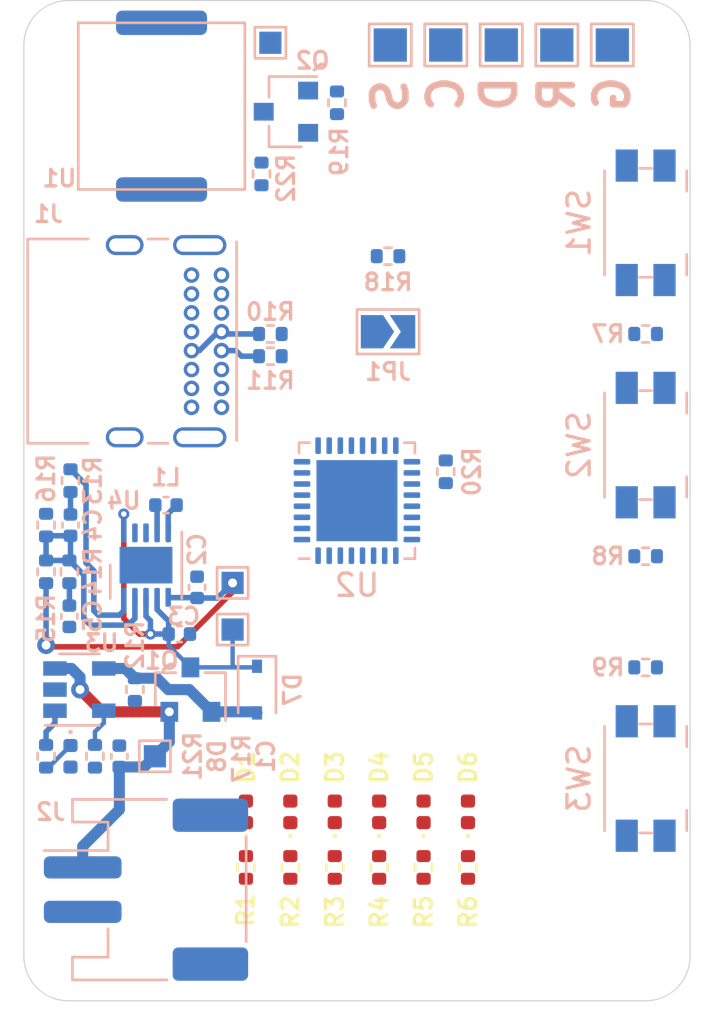
<source format=kicad_pcb>
(kicad_pcb (version 20171130) (host pcbnew 5.1.12-84ad8e8a86~92~ubuntu20.04.1)

  (general
    (thickness 1.6)
    (drawings 20)
    (tracks 98)
    (zones 0)
    (modules 57)
    (nets 55)
  )

  (page A4)
  (layers
    (0 F.Cu signal)
    (31 B.Cu signal)
    (32 B.Adhes user)
    (33 F.Adhes user)
    (34 B.Paste user)
    (35 F.Paste user)
    (36 B.SilkS user)
    (37 F.SilkS user)
    (38 B.Mask user)
    (39 F.Mask user)
    (40 Dwgs.User user)
    (41 Cmts.User user)
    (42 Eco1.User user)
    (43 Eco2.User user)
    (44 Edge.Cuts user)
    (45 Margin user)
    (46 B.CrtYd user)
    (47 F.CrtYd user)
    (48 B.Fab user hide)
    (49 F.Fab user hide)
  )

  (setup
    (last_trace_width 0.2)
    (user_trace_width 0.2)
    (user_trace_width 0.5)
    (trace_clearance 0.2)
    (zone_clearance 0.508)
    (zone_45_only no)
    (trace_min 0.2)
    (via_size 0.8)
    (via_drill 0.4)
    (via_min_size 0.3)
    (via_min_drill 0.25)
    (user_via 0.5 0.25)
    (uvia_size 0.3)
    (uvia_drill 0.1)
    (uvias_allowed no)
    (uvia_min_size 0.2)
    (uvia_min_drill 0.1)
    (edge_width 0.05)
    (segment_width 0.2)
    (pcb_text_width 0.3)
    (pcb_text_size 1.5 1.5)
    (mod_edge_width 0.12)
    (mod_text_size 0.75 0.75)
    (mod_text_width 0.15)
    (pad_size 1.524 1.524)
    (pad_drill 0.762)
    (pad_to_mask_clearance 0)
    (aux_axis_origin 0 0)
    (visible_elements FEFFF77F)
    (pcbplotparams
      (layerselection 0x010fc_ffffffff)
      (usegerberextensions false)
      (usegerberattributes true)
      (usegerberadvancedattributes true)
      (creategerberjobfile true)
      (excludeedgelayer true)
      (linewidth 0.100000)
      (plotframeref false)
      (viasonmask false)
      (mode 1)
      (useauxorigin false)
      (hpglpennumber 1)
      (hpglpenspeed 20)
      (hpglpendiameter 15.000000)
      (psnegative false)
      (psa4output false)
      (plotreference true)
      (plotvalue true)
      (plotinvisibletext false)
      (padsonsilk false)
      (subtractmaskfromsilk false)
      (outputformat 1)
      (mirror false)
      (drillshape 1)
      (scaleselection 1)
      (outputdirectory ""))
  )

  (net 0 "")
  (net 1 +BATT)
  (net 2 +5V)
  (net 3 "Net-(U2-Pad32)")
  (net 4 "Net-(U2-Pad28)")
  (net 5 "Net-(U2-Pad18)")
  (net 6 "Net-(U2-Pad17)")
  (net 7 +3V3)
  (net 8 "Net-(U2-Pad12)")
  (net 9 "Net-(U2-Pad9)")
  (net 10 "Net-(U2-Pad5)")
  (net 11 "Net-(U2-Pad1)")
  (net 12 GND)
  (net 13 "Net-(C3-Pad1)")
  (net 14 "Net-(C4-Pad2)")
  (net 15 "Net-(C4-Pad1)")
  (net 16 "Net-(C5-Pad1)")
  (net 17 /LED0)
  (net 18 "Net-(D1-Pad1)")
  (net 19 /LED1)
  (net 20 "Net-(D2-Pad1)")
  (net 21 /LED2)
  (net 22 "Net-(D3-Pad1)")
  (net 23 /LED3)
  (net 24 "Net-(D4-Pad1)")
  (net 25 /LED4)
  (net 26 "Net-(D5-Pad1)")
  (net 27 /LED5)
  (net 28 "Net-(D6-Pad1)")
  (net 29 "Net-(D8-Pad1)")
  (net 30 "Net-(J1-PadA6)")
  (net 31 "Net-(J1-PadB5)")
  (net 32 "Net-(J1-PadB8)")
  (net 33 "Net-(J1-PadA7)")
  (net 34 "Net-(J1-PadA8)")
  (net 35 "Net-(J1-PadA5)")
  (net 36 /BOOTCFG0)
  (net 37 "Net-(L1-Pad2)")
  (net 38 "Net-(L1-Pad1)")
  (net 39 "Net-(Q2-Pad3)")
  (net 40 /BUZZER_PWM)
  (net 41 /PB0)
  (net 42 /PB1)
  (net 43 /PB2)
  (net 44 /USB_DM)
  (net 45 /USB_DP)
  (net 46 "Net-(R13-Pad1)")
  (net 47 "Net-(R17-Pad1)")
  (net 48 /nRESET)
  (net 49 /BATT_STAT)
  (net 50 "Net-(R22-Pad2)")
  (net 51 /SWD_CLK)
  (net 52 /SWD_DIO)
  (net 53 /I2C_SCL)
  (net 54 /I2C_SDA)

  (net_class Default "This is the default net class."
    (clearance 0.2)
    (trace_width 0.2)
    (via_dia 0.8)
    (via_drill 0.4)
    (uvia_dia 0.3)
    (uvia_drill 0.1)
    (add_net +5V)
    (add_net +BATT)
    (add_net /BATT_STAT)
    (add_net /BOOTCFG0)
    (add_net /BUZZER_PWM)
    (add_net /I2C_SCL)
    (add_net /I2C_SDA)
    (add_net /LED0)
    (add_net /LED1)
    (add_net /LED2)
    (add_net /LED3)
    (add_net /LED4)
    (add_net /LED5)
    (add_net /PB0)
    (add_net /PB1)
    (add_net /PB2)
    (add_net /SWD_CLK)
    (add_net /SWD_DIO)
    (add_net /USB_DM)
    (add_net /USB_DP)
    (add_net /nRESET)
    (add_net GND)
    (add_net "Net-(C3-Pad1)")
    (add_net "Net-(C4-Pad1)")
    (add_net "Net-(C4-Pad2)")
    (add_net "Net-(C5-Pad1)")
    (add_net "Net-(D1-Pad1)")
    (add_net "Net-(D2-Pad1)")
    (add_net "Net-(D3-Pad1)")
    (add_net "Net-(D4-Pad1)")
    (add_net "Net-(D5-Pad1)")
    (add_net "Net-(D6-Pad1)")
    (add_net "Net-(D8-Pad1)")
    (add_net "Net-(J1-PadA5)")
    (add_net "Net-(J1-PadA6)")
    (add_net "Net-(J1-PadA7)")
    (add_net "Net-(J1-PadA8)")
    (add_net "Net-(J1-PadB5)")
    (add_net "Net-(J1-PadB8)")
    (add_net "Net-(L1-Pad1)")
    (add_net "Net-(L1-Pad2)")
    (add_net "Net-(Q2-Pad3)")
    (add_net "Net-(R13-Pad1)")
    (add_net "Net-(R17-Pad1)")
    (add_net "Net-(R22-Pad2)")
    (add_net "Net-(U2-Pad1)")
    (add_net "Net-(U2-Pad12)")
    (add_net "Net-(U2-Pad17)")
    (add_net "Net-(U2-Pad18)")
    (add_net "Net-(U2-Pad28)")
    (add_net "Net-(U2-Pad32)")
    (add_net "Net-(U2-Pad5)")
    (add_net "Net-(U2-Pad9)")
  )

  (net_class 3v3 ""
    (clearance 0.2)
    (trace_width 0.25)
    (via_dia 0.8)
    (via_drill 0.4)
    (uvia_dia 0.3)
    (uvia_drill 0.1)
    (add_net +3V3)
  )

  (module Package_DFN_QFN:DFN-10-1EP_3x3mm_P0.5mm_EP1.65x2.38mm (layer B.Cu) (tedit 5DC5F54E) (tstamp 61B3CE43)
    (at 5.5 -19.6 270)
    (descr "DFN, 10 Pin (https://www.analog.com/media/en/technical-documentation/data-sheets/3471fb.pdf#page=15), generated with kicad-footprint-generator ipc_noLead_generator.py")
    (tags "DFN NoLead")
    (path /61C2FD3A)
    (attr smd)
    (fp_text reference U4 (at -2.9 1 180) (layer B.SilkS)
      (effects (font (size 0.75 0.75) (thickness 0.15)) (justify mirror))
    )
    (fp_text value LTC3536IDD (at 0 -2.45 90) (layer B.Fab)
      (effects (font (size 1 1) (thickness 0.15)) (justify mirror))
    )
    (fp_text user %R (at 0 0 90) (layer B.Fab)
      (effects (font (size 0.75 0.75) (thickness 0.11)) (justify mirror))
    )
    (fp_line (start 0 1.61) (end 1.5 1.61) (layer B.SilkS) (width 0.12))
    (fp_line (start -1.5 -1.61) (end 1.5 -1.61) (layer B.SilkS) (width 0.12))
    (fp_line (start -0.75 1.5) (end 1.5 1.5) (layer B.Fab) (width 0.1))
    (fp_line (start 1.5 1.5) (end 1.5 -1.5) (layer B.Fab) (width 0.1))
    (fp_line (start 1.5 -1.5) (end -1.5 -1.5) (layer B.Fab) (width 0.1))
    (fp_line (start -1.5 -1.5) (end -1.5 0.75) (layer B.Fab) (width 0.1))
    (fp_line (start -1.5 0.75) (end -0.75 1.5) (layer B.Fab) (width 0.1))
    (fp_line (start -2.12 1.75) (end -2.12 -1.75) (layer B.CrtYd) (width 0.05))
    (fp_line (start -2.12 -1.75) (end 2.12 -1.75) (layer B.CrtYd) (width 0.05))
    (fp_line (start 2.12 -1.75) (end 2.12 1.75) (layer B.CrtYd) (width 0.05))
    (fp_line (start 2.12 1.75) (end -2.12 1.75) (layer B.CrtYd) (width 0.05))
    (pad "" smd roundrect (at 0.41 -0.595 270) (size 0.67 0.96) (layers B.Paste) (roundrect_rratio 0.25))
    (pad "" smd roundrect (at 0.41 0.595 270) (size 0.67 0.96) (layers B.Paste) (roundrect_rratio 0.25))
    (pad "" smd roundrect (at -0.41 -0.595 270) (size 0.67 0.96) (layers B.Paste) (roundrect_rratio 0.25))
    (pad "" smd roundrect (at -0.41 0.595 270) (size 0.67 0.96) (layers B.Paste) (roundrect_rratio 0.25))
    (pad 11 smd rect (at 0 0 270) (size 1.65 2.38) (layers B.Cu B.Mask)
      (net 12 GND))
    (pad 10 smd roundrect (at 1.45 1 270) (size 0.85 0.25) (layers B.Cu B.Paste B.Mask) (roundrect_rratio 0.25)
      (net 46 "Net-(R13-Pad1)"))
    (pad 9 smd roundrect (at 1.45 0.5 270) (size 0.85 0.25) (layers B.Cu B.Paste B.Mask) (roundrect_rratio 0.25)
      (net 14 "Net-(C4-Pad2)"))
    (pad 8 smd roundrect (at 1.45 0 270) (size 0.85 0.25) (layers B.Cu B.Paste B.Mask) (roundrect_rratio 0.25)
      (net 13 "Net-(C3-Pad1)"))
    (pad 7 smd roundrect (at 1.45 -0.5 270) (size 0.85 0.25) (layers B.Cu B.Paste B.Mask) (roundrect_rratio 0.25)
      (net 13 "Net-(C3-Pad1)"))
    (pad 6 smd roundrect (at 1.45 -1 270) (size 0.85 0.25) (layers B.Cu B.Paste B.Mask) (roundrect_rratio 0.25)
      (net 7 +3V3))
    (pad 5 smd roundrect (at -1.45 -1 270) (size 0.85 0.25) (layers B.Cu B.Paste B.Mask) (roundrect_rratio 0.25)
      (net 37 "Net-(L1-Pad2)"))
    (pad 4 smd roundrect (at -1.45 -0.5 270) (size 0.85 0.25) (layers B.Cu B.Paste B.Mask) (roundrect_rratio 0.25)
      (net 38 "Net-(L1-Pad1)"))
    (pad 3 smd roundrect (at -1.45 0 270) (size 0.85 0.25) (layers B.Cu B.Paste B.Mask) (roundrect_rratio 0.25)
      (net 12 GND))
    (pad 2 smd roundrect (at -1.45 0.5 270) (size 0.85 0.25) (layers B.Cu B.Paste B.Mask) (roundrect_rratio 0.25)
      (net 12 GND))
    (pad 1 smd roundrect (at -1.45 1 270) (size 0.85 0.25) (layers B.Cu B.Paste B.Mask) (roundrect_rratio 0.25)
      (net 13 "Net-(C3-Pad1)"))
    (model ${KISYS3DMOD}/Package_DFN_QFN.3dshapes/DFN-10-1EP_3x3mm_P0.5mm_EP1.55x2.48mm.wrl
      (at (xyz 0 0 0))
      (scale (xyz 1 1 1))
      (rotate (xyz 0 0 0))
    )
  )

  (module Package_DFN_QFN:QFN-32-1EP_5x5mm_P0.5mm_EP3.65x3.65mm (layer B.Cu) (tedit 5DC5F6A4) (tstamp 619D9EBE)
    (at 15 -22.5)
    (descr "QFN, 32 Pin (https://www.exar.com/ds/mxl7704.pdf#page=35), generated with kicad-footprint-generator ipc_noLead_generator.py")
    (tags "QFN NoLead")
    (path /61A3860B)
    (attr smd)
    (fp_text reference U2 (at 0 3.8) (layer B.SilkS)
      (effects (font (size 1 1) (thickness 0.15)) (justify mirror))
    )
    (fp_text value K32L2Bx1VFM0A (at 0 -3.8) (layer B.Fab)
      (effects (font (size 1 1) (thickness 0.15)) (justify mirror))
    )
    (fp_text user %R (at 0 0) (layer B.Fab)
      (effects (font (size 1 1) (thickness 0.15)) (justify mirror))
    )
    (fp_line (start 2.135 2.61) (end 2.61 2.61) (layer B.SilkS) (width 0.12))
    (fp_line (start 2.61 2.61) (end 2.61 2.135) (layer B.SilkS) (width 0.12))
    (fp_line (start -2.135 -2.61) (end -2.61 -2.61) (layer B.SilkS) (width 0.12))
    (fp_line (start -2.61 -2.61) (end -2.61 -2.135) (layer B.SilkS) (width 0.12))
    (fp_line (start 2.135 -2.61) (end 2.61 -2.61) (layer B.SilkS) (width 0.12))
    (fp_line (start 2.61 -2.61) (end 2.61 -2.135) (layer B.SilkS) (width 0.12))
    (fp_line (start -2.135 2.61) (end -2.61 2.61) (layer B.SilkS) (width 0.12))
    (fp_line (start -1.5 2.5) (end 2.5 2.5) (layer B.Fab) (width 0.1))
    (fp_line (start 2.5 2.5) (end 2.5 -2.5) (layer B.Fab) (width 0.1))
    (fp_line (start 2.5 -2.5) (end -2.5 -2.5) (layer B.Fab) (width 0.1))
    (fp_line (start -2.5 -2.5) (end -2.5 1.5) (layer B.Fab) (width 0.1))
    (fp_line (start -2.5 1.5) (end -1.5 2.5) (layer B.Fab) (width 0.1))
    (fp_line (start -3.1 3.1) (end -3.1 -3.1) (layer B.CrtYd) (width 0.05))
    (fp_line (start -3.1 -3.1) (end 3.1 -3.1) (layer B.CrtYd) (width 0.05))
    (fp_line (start 3.1 -3.1) (end 3.1 3.1) (layer B.CrtYd) (width 0.05))
    (fp_line (start 3.1 3.1) (end -3.1 3.1) (layer B.CrtYd) (width 0.05))
    (pad "" smd roundrect (at 1.22 -1.22) (size 0.98 0.98) (layers B.Paste) (roundrect_rratio 0.25))
    (pad "" smd roundrect (at 1.22 0) (size 0.98 0.98) (layers B.Paste) (roundrect_rratio 0.25))
    (pad "" smd roundrect (at 1.22 1.22) (size 0.98 0.98) (layers B.Paste) (roundrect_rratio 0.25))
    (pad "" smd roundrect (at 0 -1.22) (size 0.98 0.98) (layers B.Paste) (roundrect_rratio 0.25))
    (pad "" smd roundrect (at 0 0) (size 0.98 0.98) (layers B.Paste) (roundrect_rratio 0.25))
    (pad "" smd roundrect (at 0 1.22) (size 0.98 0.98) (layers B.Paste) (roundrect_rratio 0.25))
    (pad "" smd roundrect (at -1.22 -1.22) (size 0.98 0.98) (layers B.Paste) (roundrect_rratio 0.25))
    (pad "" smd roundrect (at -1.22 0) (size 0.98 0.98) (layers B.Paste) (roundrect_rratio 0.25))
    (pad "" smd roundrect (at -1.22 1.22) (size 0.98 0.98) (layers B.Paste) (roundrect_rratio 0.25))
    (pad 33 smd rect (at 0 0) (size 3.65 3.65) (layers B.Cu B.Mask)
      (net 12 GND))
    (pad 32 smd roundrect (at -1.75 2.475) (size 0.25 0.75) (layers B.Cu B.Paste B.Mask) (roundrect_rratio 0.25)
      (net 3 "Net-(U2-Pad32)"))
    (pad 31 smd roundrect (at -1.25 2.475) (size 0.25 0.75) (layers B.Cu B.Paste B.Mask) (roundrect_rratio 0.25)
      (net 43 /PB2))
    (pad 30 smd roundrect (at -0.75 2.475) (size 0.25 0.75) (layers B.Cu B.Paste B.Mask) (roundrect_rratio 0.25)
      (net 27 /LED5))
    (pad 29 smd roundrect (at -0.25 2.475) (size 0.25 0.75) (layers B.Cu B.Paste B.Mask) (roundrect_rratio 0.25)
      (net 25 /LED4))
    (pad 28 smd roundrect (at 0.25 2.475) (size 0.25 0.75) (layers B.Cu B.Paste B.Mask) (roundrect_rratio 0.25)
      (net 4 "Net-(U2-Pad28)"))
    (pad 27 smd roundrect (at 0.75 2.475) (size 0.25 0.75) (layers B.Cu B.Paste B.Mask) (roundrect_rratio 0.25)
      (net 42 /PB1))
    (pad 26 smd roundrect (at 1.25 2.475) (size 0.25 0.75) (layers B.Cu B.Paste B.Mask) (roundrect_rratio 0.25)
      (net 41 /PB0))
    (pad 25 smd roundrect (at 1.75 2.475) (size 0.25 0.75) (layers B.Cu B.Paste B.Mask) (roundrect_rratio 0.25)
      (net 23 /LED3))
    (pad 24 smd roundrect (at 2.475 1.75) (size 0.75 0.25) (layers B.Cu B.Paste B.Mask) (roundrect_rratio 0.25)
      (net 21 /LED2))
    (pad 23 smd roundrect (at 2.475 1.25) (size 0.75 0.25) (layers B.Cu B.Paste B.Mask) (roundrect_rratio 0.25)
      (net 19 /LED1))
    (pad 22 smd roundrect (at 2.475 0.75) (size 0.75 0.25) (layers B.Cu B.Paste B.Mask) (roundrect_rratio 0.25)
      (net 17 /LED0))
    (pad 21 smd roundrect (at 2.475 0.25) (size 0.75 0.25) (layers B.Cu B.Paste B.Mask) (roundrect_rratio 0.25)
      (net 53 /I2C_SCL))
    (pad 20 smd roundrect (at 2.475 -0.25) (size 0.75 0.25) (layers B.Cu B.Paste B.Mask) (roundrect_rratio 0.25)
      (net 54 /I2C_SDA))
    (pad 19 smd roundrect (at 2.475 -0.75) (size 0.75 0.25) (layers B.Cu B.Paste B.Mask) (roundrect_rratio 0.25)
      (net 48 /nRESET))
    (pad 18 smd roundrect (at 2.475 -1.25) (size 0.75 0.25) (layers B.Cu B.Paste B.Mask) (roundrect_rratio 0.25)
      (net 5 "Net-(U2-Pad18)"))
    (pad 17 smd roundrect (at 2.475 -1.75) (size 0.75 0.25) (layers B.Cu B.Paste B.Mask) (roundrect_rratio 0.25)
      (net 6 "Net-(U2-Pad17)"))
    (pad 16 smd roundrect (at 1.75 -2.475) (size 0.25 0.75) (layers B.Cu B.Paste B.Mask) (roundrect_rratio 0.25)
      (net 12 GND))
    (pad 15 smd roundrect (at 1.25 -2.475) (size 0.25 0.75) (layers B.Cu B.Paste B.Mask) (roundrect_rratio 0.25)
      (net 7 +3V3))
    (pad 14 smd roundrect (at 0.75 -2.475) (size 0.25 0.75) (layers B.Cu B.Paste B.Mask) (roundrect_rratio 0.25)
      (net 36 /BOOTCFG0))
    (pad 13 smd roundrect (at 0.25 -2.475) (size 0.25 0.75) (layers B.Cu B.Paste B.Mask) (roundrect_rratio 0.25)
      (net 52 /SWD_DIO))
    (pad 12 smd roundrect (at -0.25 -2.475) (size 0.25 0.75) (layers B.Cu B.Paste B.Mask) (roundrect_rratio 0.25)
      (net 8 "Net-(U2-Pad12)"))
    (pad 11 smd roundrect (at -0.75 -2.475) (size 0.25 0.75) (layers B.Cu B.Paste B.Mask) (roundrect_rratio 0.25)
      (net 40 /BUZZER_PWM))
    (pad 10 smd roundrect (at -1.25 -2.475) (size 0.25 0.75) (layers B.Cu B.Paste B.Mask) (roundrect_rratio 0.25)
      (net 51 /SWD_CLK))
    (pad 9 smd roundrect (at -1.75 -2.475) (size 0.25 0.75) (layers B.Cu B.Paste B.Mask) (roundrect_rratio 0.25)
      (net 9 "Net-(U2-Pad9)"))
    (pad 8 smd roundrect (at -2.475 -1.75) (size 0.75 0.25) (layers B.Cu B.Paste B.Mask) (roundrect_rratio 0.25)
      (net 12 GND))
    (pad 7 smd roundrect (at -2.475 -1.25) (size 0.75 0.25) (layers B.Cu B.Paste B.Mask) (roundrect_rratio 0.25)
      (net 7 +3V3))
    (pad 6 smd roundrect (at -2.475 -0.75) (size 0.75 0.25) (layers B.Cu B.Paste B.Mask) (roundrect_rratio 0.25)
      (net 2 +5V))
    (pad 5 smd roundrect (at -2.475 -0.25) (size 0.75 0.25) (layers B.Cu B.Paste B.Mask) (roundrect_rratio 0.25)
      (net 10 "Net-(U2-Pad5)"))
    (pad 4 smd roundrect (at -2.475 0.25) (size 0.75 0.25) (layers B.Cu B.Paste B.Mask) (roundrect_rratio 0.25)
      (net 44 /USB_DM))
    (pad 3 smd roundrect (at -2.475 0.75) (size 0.75 0.25) (layers B.Cu B.Paste B.Mask) (roundrect_rratio 0.25)
      (net 45 /USB_DP))
    (pad 2 smd roundrect (at -2.475 1.25) (size 0.75 0.25) (layers B.Cu B.Paste B.Mask) (roundrect_rratio 0.25)
      (net 12 GND))
    (pad 1 smd roundrect (at -2.475 1.75) (size 0.75 0.25) (layers B.Cu B.Paste B.Mask) (roundrect_rratio 0.25)
      (net 11 "Net-(U2-Pad1)"))
    (model ${KISYS3DMOD}/Package_DFN_QFN.3dshapes/QFN-32-1EP_5x5mm_P0.5mm_EP3.65x3.65mm.wrl
      (at (xyz 0 0 0))
      (scale (xyz 1 1 1))
      (rotate (xyz 0 0 0))
    )
  )

  (module Button_Switch_SMD:Panasonic_EVQPUK_EVQPUB (layer B.Cu) (tedit 5A02FC95) (tstamp 61BA2B89)
    (at 28 -10 90)
    (descr http://industrial.panasonic.com/cdbs/www-data/pdf/ATV0000/ATV0000CE5.pdf)
    (tags "SMD SMT SPST EVQPUK EVQPUB")
    (path /61A5E6E9)
    (attr smd)
    (fp_text reference SW3 (at 0 -3 90) (layer B.SilkS)
      (effects (font (size 1 1) (thickness 0.15)) (justify mirror))
    )
    (fp_text value PB0 (at 0 -3.5 90) (layer B.Fab)
      (effects (font (size 1 1) (thickness 0.15)) (justify mirror))
    )
    (fp_line (start 3.8 3.25) (end -3.8 3.25) (layer B.CrtYd) (width 0.05))
    (fp_line (start 3.8 -2.25) (end -3.8 -2.25) (layer B.CrtYd) (width 0.05))
    (fp_line (start -3.8 -2.25) (end -3.8 3.25) (layer B.CrtYd) (width 0.05))
    (fp_line (start -1.425 1.85) (end -2.35 1.85) (layer B.SilkS) (width 0.12))
    (fp_line (start 2.45 -0.275) (end 2.45 0.275) (layer B.SilkS) (width 0.12))
    (fp_line (start 2.35 -1.75) (end -2.35 -1.75) (layer B.Fab) (width 0.1))
    (fp_line (start 2.35 1.75) (end -2.35 1.75) (layer B.Fab) (width 0.1))
    (fp_line (start -2.35 -1.75) (end -2.35 1.75) (layer B.Fab) (width 0.1))
    (fp_line (start 2.35 -1.75) (end 2.35 1.75) (layer B.Fab) (width 0.1))
    (fp_line (start 1.3 2.75) (end -1.3 2.75) (layer B.Fab) (width 0.1))
    (fp_line (start 1.3 2.75) (end 1.3 1.75) (layer B.Fab) (width 0.1))
    (fp_line (start -1.3 2.75) (end -1.3 1.75) (layer B.Fab) (width 0.1))
    (fp_line (start -2.45 -0.275) (end -2.45 0.275) (layer B.SilkS) (width 0.12))
    (fp_line (start 2.35 -1.85) (end -2.35 -1.85) (layer B.SilkS) (width 0.12))
    (fp_line (start 2.35 1.85) (end 1.425 1.85) (layer B.SilkS) (width 0.12))
    (fp_line (start 3.8 -2.25) (end 3.8 3.25) (layer B.CrtYd) (width 0.05))
    (fp_text user %R (at 0 0 90) (layer B.Fab)
      (effects (font (size 1 1) (thickness 0.15)) (justify mirror))
    )
    (pad 1 smd rect (at 2.575 0.85 270) (size 1.45 1) (layers B.Cu B.Paste B.Mask)
      (net 43 /PB2))
    (pad 1 smd rect (at -2.575 0.85 270) (size 1.45 1) (layers B.Cu B.Paste B.Mask)
      (net 43 /PB2))
    (pad 2 smd rect (at -2.575 -0.85 270) (size 1.45 1) (layers B.Cu B.Paste B.Mask)
      (net 12 GND))
    (pad 2 smd rect (at 2.575 -0.85 270) (size 1.45 1) (layers B.Cu B.Paste B.Mask)
      (net 12 GND))
    (model ${KISYS3DMOD}/Button_Switch_SMD.3dshapes/Panasonic_EVQPUK_EVQPUB.wrl
      (at (xyz 0 0 0))
      (scale (xyz 1 1 1))
      (rotate (xyz 0 0 0))
    )
    (model ${KIPRJMOD}/models/TL1014BF160QG/TL1014BFxxxQG.stp
      (at (xyz 0 0 0))
      (scale (xyz 1 1 1))
      (rotate (xyz 0 0 180))
    )
  )

  (module Button_Switch_SMD:Panasonic_EVQPUK_EVQPUB (layer B.Cu) (tedit 5A02FC95) (tstamp 61BA2C25)
    (at 28 -25 90)
    (descr http://industrial.panasonic.com/cdbs/www-data/pdf/ATV0000/ATV0000CE5.pdf)
    (tags "SMD SMT SPST EVQPUK EVQPUB")
    (path /61A5E1ED)
    (attr smd)
    (fp_text reference SW2 (at 0 -3 90) (layer B.SilkS)
      (effects (font (size 1 1) (thickness 0.15)) (justify mirror))
    )
    (fp_text value PB0 (at 0 -3.5 90) (layer B.Fab)
      (effects (font (size 1 1) (thickness 0.15)) (justify mirror))
    )
    (fp_line (start 3.8 3.25) (end -3.8 3.25) (layer B.CrtYd) (width 0.05))
    (fp_line (start 3.8 -2.25) (end -3.8 -2.25) (layer B.CrtYd) (width 0.05))
    (fp_line (start -3.8 -2.25) (end -3.8 3.25) (layer B.CrtYd) (width 0.05))
    (fp_line (start -1.425 1.85) (end -2.35 1.85) (layer B.SilkS) (width 0.12))
    (fp_line (start 2.45 -0.275) (end 2.45 0.275) (layer B.SilkS) (width 0.12))
    (fp_line (start 2.35 -1.75) (end -2.35 -1.75) (layer B.Fab) (width 0.1))
    (fp_line (start 2.35 1.75) (end -2.35 1.75) (layer B.Fab) (width 0.1))
    (fp_line (start -2.35 -1.75) (end -2.35 1.75) (layer B.Fab) (width 0.1))
    (fp_line (start 2.35 -1.75) (end 2.35 1.75) (layer B.Fab) (width 0.1))
    (fp_line (start 1.3 2.75) (end -1.3 2.75) (layer B.Fab) (width 0.1))
    (fp_line (start 1.3 2.75) (end 1.3 1.75) (layer B.Fab) (width 0.1))
    (fp_line (start -1.3 2.75) (end -1.3 1.75) (layer B.Fab) (width 0.1))
    (fp_line (start -2.45 -0.275) (end -2.45 0.275) (layer B.SilkS) (width 0.12))
    (fp_line (start 2.35 -1.85) (end -2.35 -1.85) (layer B.SilkS) (width 0.12))
    (fp_line (start 2.35 1.85) (end 1.425 1.85) (layer B.SilkS) (width 0.12))
    (fp_line (start 3.8 -2.25) (end 3.8 3.25) (layer B.CrtYd) (width 0.05))
    (fp_text user %R (at 0 0 90) (layer B.Fab)
      (effects (font (size 1 1) (thickness 0.15)) (justify mirror))
    )
    (pad 1 smd rect (at 2.575 0.85 270) (size 1.45 1) (layers B.Cu B.Paste B.Mask)
      (net 42 /PB1))
    (pad 1 smd rect (at -2.575 0.85 270) (size 1.45 1) (layers B.Cu B.Paste B.Mask)
      (net 42 /PB1))
    (pad 2 smd rect (at -2.575 -0.85 270) (size 1.45 1) (layers B.Cu B.Paste B.Mask)
      (net 12 GND))
    (pad 2 smd rect (at 2.575 -0.85 270) (size 1.45 1) (layers B.Cu B.Paste B.Mask)
      (net 12 GND))
    (model ${KISYS3DMOD}/Button_Switch_SMD.3dshapes/Panasonic_EVQPUK_EVQPUB.wrl
      (at (xyz 0 0 0))
      (scale (xyz 1 1 1))
      (rotate (xyz 0 0 0))
    )
    (model ${KIPRJMOD}/models/TL1014BF160QG/TL1014BFxxxQG.stp
      (at (xyz 0 0 0))
      (scale (xyz 1 1 1))
      (rotate (xyz 0 0 180))
    )
  )

  (module Button_Switch_SMD:Panasonic_EVQPUK_EVQPUB (layer B.Cu) (tedit 5A02FC95) (tstamp 61BA2BD7)
    (at 28 -35 90)
    (descr http://industrial.panasonic.com/cdbs/www-data/pdf/ATV0000/ATV0000CE5.pdf)
    (tags "SMD SMT SPST EVQPUK EVQPUB")
    (path /61A34E54)
    (attr smd)
    (fp_text reference SW1 (at 0 -3 90) (layer B.SilkS)
      (effects (font (size 1 1) (thickness 0.15)) (justify mirror))
    )
    (fp_text value PB0 (at 0 -3.5 90) (layer B.Fab)
      (effects (font (size 1 1) (thickness 0.15)) (justify mirror))
    )
    (fp_line (start 3.8 3.25) (end -3.8 3.25) (layer B.CrtYd) (width 0.05))
    (fp_line (start 3.8 -2.25) (end -3.8 -2.25) (layer B.CrtYd) (width 0.05))
    (fp_line (start -3.8 -2.25) (end -3.8 3.25) (layer B.CrtYd) (width 0.05))
    (fp_line (start -1.425 1.85) (end -2.35 1.85) (layer B.SilkS) (width 0.12))
    (fp_line (start 2.45 -0.275) (end 2.45 0.275) (layer B.SilkS) (width 0.12))
    (fp_line (start 2.35 -1.75) (end -2.35 -1.75) (layer B.Fab) (width 0.1))
    (fp_line (start 2.35 1.75) (end -2.35 1.75) (layer B.Fab) (width 0.1))
    (fp_line (start -2.35 -1.75) (end -2.35 1.75) (layer B.Fab) (width 0.1))
    (fp_line (start 2.35 -1.75) (end 2.35 1.75) (layer B.Fab) (width 0.1))
    (fp_line (start 1.3 2.75) (end -1.3 2.75) (layer B.Fab) (width 0.1))
    (fp_line (start 1.3 2.75) (end 1.3 1.75) (layer B.Fab) (width 0.1))
    (fp_line (start -1.3 2.75) (end -1.3 1.75) (layer B.Fab) (width 0.1))
    (fp_line (start -2.45 -0.275) (end -2.45 0.275) (layer B.SilkS) (width 0.12))
    (fp_line (start 2.35 -1.85) (end -2.35 -1.85) (layer B.SilkS) (width 0.12))
    (fp_line (start 2.35 1.85) (end 1.425 1.85) (layer B.SilkS) (width 0.12))
    (fp_line (start 3.8 -2.25) (end 3.8 3.25) (layer B.CrtYd) (width 0.05))
    (fp_text user %R (at 0 0 90) (layer B.Fab)
      (effects (font (size 1 1) (thickness 0.15)) (justify mirror))
    )
    (pad 1 smd rect (at 2.575 0.85 270) (size 1.45 1) (layers B.Cu B.Paste B.Mask)
      (net 41 /PB0))
    (pad 1 smd rect (at -2.575 0.85 270) (size 1.45 1) (layers B.Cu B.Paste B.Mask)
      (net 41 /PB0))
    (pad 2 smd rect (at -2.575 -0.85 270) (size 1.45 1) (layers B.Cu B.Paste B.Mask)
      (net 12 GND))
    (pad 2 smd rect (at 2.575 -0.85 270) (size 1.45 1) (layers B.Cu B.Paste B.Mask)
      (net 12 GND))
    (model ${KISYS3DMOD}/Button_Switch_SMD.3dshapes/Panasonic_EVQPUK_EVQPUB.wrl
      (at (xyz 0 0 0))
      (scale (xyz 1 1 1))
      (rotate (xyz 0 0 0))
    )
    (model ${KIPRJMOD}/models/TL1014BF160QG/TL1014BFxxxQG.stp
      (at (xyz 0 0 0))
      (scale (xyz 1 1 1))
      (rotate (xyz 0 0 180))
    )
  )

  (module TestPoint:TestPoint_Pad_1.0x1.0mm (layer B.Cu) (tedit 5A0F774F) (tstamp 61B0F6E3)
    (at 5.9 -11 90)
    (descr "SMD rectangular pad as test Point, square 1.0mm side length")
    (tags "test point SMD pad rectangle square")
    (path /61C78796)
    (attr virtual)
    (fp_text reference TP1 (at 1.7 0.7 180) (layer B.SilkS) hide
      (effects (font (size 0.75 0.75) (thickness 0.15)) (justify mirror))
    )
    (fp_text value TestPoint (at 0 -1.55 90) (layer B.Fab)
      (effects (font (size 1 1) (thickness 0.15)) (justify mirror))
    )
    (fp_line (start 1 -1) (end -1 -1) (layer B.CrtYd) (width 0.05))
    (fp_line (start 1 -1) (end 1 1) (layer B.CrtYd) (width 0.05))
    (fp_line (start -1 1) (end -1 -1) (layer B.CrtYd) (width 0.05))
    (fp_line (start -1 1) (end 1 1) (layer B.CrtYd) (width 0.05))
    (fp_line (start -0.7 -0.7) (end -0.7 0.7) (layer B.SilkS) (width 0.12))
    (fp_line (start 0.7 -0.7) (end -0.7 -0.7) (layer B.SilkS) (width 0.12))
    (fp_line (start 0.7 0.7) (end 0.7 -0.7) (layer B.SilkS) (width 0.12))
    (fp_line (start -0.7 0.7) (end 0.7 0.7) (layer B.SilkS) (width 0.12))
    (fp_text user %R (at 0 1.45 90) (layer B.Fab)
      (effects (font (size 1 1) (thickness 0.15)) (justify mirror))
    )
    (pad 1 smd rect (at 0 0 90) (size 1 1) (layers B.Cu B.Mask)
      (net 1 +BATT))
  )

  (module hydrate:AST0760MCTRQ (layer B.Cu) (tedit 61AE6AE8) (tstamp 61AFE4AC)
    (at 6.2 -40.25)
    (path /61B3CFDB)
    (fp_text reference U1 (at -4.6 3.25) (layer B.SilkS)
      (effects (font (size 0.75 0.75) (thickness 0.15)) (justify mirror))
    )
    (fp_text value AST0760MCTRQ (at 0 -5.5) (layer B.Fab)
      (effects (font (size 1 1) (thickness 0.15)) (justify mirror))
    )
    (fp_line (start -3.75 -3.75) (end -3.75 3.75) (layer B.SilkS) (width 0.12))
    (fp_line (start 3.75 -3.75) (end -3.75 -3.75) (layer B.SilkS) (width 0.12))
    (fp_line (start 3.75 3.75) (end 3.75 -3.75) (layer B.SilkS) (width 0.12))
    (fp_line (start -3.75 3.75) (end 3.75 3.75) (layer B.SilkS) (width 0.12))
    (pad 2 smd roundrect (at 0 -3.75) (size 4.1 1.1) (layers B.Cu B.Paste B.Mask) (roundrect_rratio 0.25)
      (net 39 "Net-(Q2-Pad3)"))
    (pad 1 smd roundrect (at 0 3.75) (size 4.1 1.1) (layers B.Cu B.Paste B.Mask) (roundrect_rratio 0.25)
      (net 50 "Net-(R22-Pad2)"))
  )

  (module TestPoint:TestPoint_Pad_1.5x1.5mm (layer B.Cu) (tedit 5A0F774F) (tstamp 61AFE4A2)
    (at 26.5 -43 270)
    (descr "SMD rectangular pad as test Point, square 1.5mm side length")
    (tags "test point SMD pad rectangle square")
    (path /61D5AA5B)
    (attr virtual)
    (fp_text reference TP9 (at 0 1.648 90) (layer B.SilkS) hide
      (effects (font (size 0.75 0.75) (thickness 0.15)) (justify mirror))
    )
    (fp_text value SWD_GND (at 0 -1.75 90) (layer B.Fab)
      (effects (font (size 1 1) (thickness 0.15)) (justify mirror))
    )
    (fp_line (start 1.25 -1.25) (end -1.25 -1.25) (layer B.CrtYd) (width 0.05))
    (fp_line (start 1.25 -1.25) (end 1.25 1.25) (layer B.CrtYd) (width 0.05))
    (fp_line (start -1.25 1.25) (end -1.25 -1.25) (layer B.CrtYd) (width 0.05))
    (fp_line (start -1.25 1.25) (end 1.25 1.25) (layer B.CrtYd) (width 0.05))
    (fp_line (start -0.95 -0.95) (end -0.95 0.95) (layer B.SilkS) (width 0.12))
    (fp_line (start 0.95 -0.95) (end -0.95 -0.95) (layer B.SilkS) (width 0.12))
    (fp_line (start 0.95 0.95) (end 0.95 -0.95) (layer B.SilkS) (width 0.12))
    (fp_line (start -0.95 0.95) (end 0.95 0.95) (layer B.SilkS) (width 0.12))
    (fp_text user %R (at 0 1.65 90) (layer B.Fab)
      (effects (font (size 1 1) (thickness 0.15)) (justify mirror))
    )
    (pad 1 smd rect (at 0 0 270) (size 1.5 1.5) (layers B.Cu B.Mask)
      (net 12 GND))
  )

  (module TestPoint:TestPoint_Pad_1.5x1.5mm (layer B.Cu) (tedit 5A0F774F) (tstamp 61AFE494)
    (at 24 -43 270)
    (descr "SMD rectangular pad as test Point, square 1.5mm side length")
    (tags "test point SMD pad rectangle square")
    (path /61DF0329)
    (attr virtual)
    (fp_text reference TP8 (at 0 1.648 90) (layer B.SilkS) hide
      (effects (font (size 0.75 0.75) (thickness 0.15)) (justify mirror))
    )
    (fp_text value SWD_RESET_TP (at 0 -1.75 90) (layer B.Fab)
      (effects (font (size 1 1) (thickness 0.15)) (justify mirror))
    )
    (fp_line (start 1.25 -1.25) (end -1.25 -1.25) (layer B.CrtYd) (width 0.05))
    (fp_line (start 1.25 -1.25) (end 1.25 1.25) (layer B.CrtYd) (width 0.05))
    (fp_line (start -1.25 1.25) (end -1.25 -1.25) (layer B.CrtYd) (width 0.05))
    (fp_line (start -1.25 1.25) (end 1.25 1.25) (layer B.CrtYd) (width 0.05))
    (fp_line (start -0.95 -0.95) (end -0.95 0.95) (layer B.SilkS) (width 0.12))
    (fp_line (start 0.95 -0.95) (end -0.95 -0.95) (layer B.SilkS) (width 0.12))
    (fp_line (start 0.95 0.95) (end 0.95 -0.95) (layer B.SilkS) (width 0.12))
    (fp_line (start -0.95 0.95) (end 0.95 0.95) (layer B.SilkS) (width 0.12))
    (fp_text user %R (at 0 1.65 90) (layer B.Fab)
      (effects (font (size 1 1) (thickness 0.15)) (justify mirror))
    )
    (pad 1 smd rect (at 0 0 270) (size 1.5 1.5) (layers B.Cu B.Mask)
      (net 48 /nRESET))
  )

  (module TestPoint:TestPoint_Pad_1.5x1.5mm (layer B.Cu) (tedit 5A0F774F) (tstamp 61AFE486)
    (at 21.5 -43 270)
    (descr "SMD rectangular pad as test Point, square 1.5mm side length")
    (tags "test point SMD pad rectangle square")
    (path /61D5A49F)
    (attr virtual)
    (fp_text reference TP7 (at 0 1.648 90) (layer B.SilkS) hide
      (effects (font (size 0.75 0.75) (thickness 0.15)) (justify mirror))
    )
    (fp_text value SWD_DIO_TP (at 0 -1.75 90) (layer B.Fab)
      (effects (font (size 1 1) (thickness 0.15)) (justify mirror))
    )
    (fp_line (start 1.25 -1.25) (end -1.25 -1.25) (layer B.CrtYd) (width 0.05))
    (fp_line (start 1.25 -1.25) (end 1.25 1.25) (layer B.CrtYd) (width 0.05))
    (fp_line (start -1.25 1.25) (end -1.25 -1.25) (layer B.CrtYd) (width 0.05))
    (fp_line (start -1.25 1.25) (end 1.25 1.25) (layer B.CrtYd) (width 0.05))
    (fp_line (start -0.95 -0.95) (end -0.95 0.95) (layer B.SilkS) (width 0.12))
    (fp_line (start 0.95 -0.95) (end -0.95 -0.95) (layer B.SilkS) (width 0.12))
    (fp_line (start 0.95 0.95) (end 0.95 -0.95) (layer B.SilkS) (width 0.12))
    (fp_line (start -0.95 0.95) (end 0.95 0.95) (layer B.SilkS) (width 0.12))
    (fp_text user %R (at 0 1.65 90) (layer B.Fab)
      (effects (font (size 1 1) (thickness 0.15)) (justify mirror))
    )
    (pad 1 smd rect (at 0 0 270) (size 1.5 1.5) (layers B.Cu B.Mask)
      (net 52 /SWD_DIO))
  )

  (module TestPoint:TestPoint_Pad_1.5x1.5mm (layer B.Cu) (tedit 5A0F774F) (tstamp 61AFE478)
    (at 19 -43 270)
    (descr "SMD rectangular pad as test Point, square 1.5mm side length")
    (tags "test point SMD pad rectangle square")
    (path /61D58482)
    (attr virtual)
    (fp_text reference TP6 (at 0 1.648 90) (layer B.SilkS) hide
      (effects (font (size 0.75 0.75) (thickness 0.15)) (justify mirror))
    )
    (fp_text value SWD_CLK_TP (at 0 -1.75 90) (layer B.Fab)
      (effects (font (size 1 1) (thickness 0.15)) (justify mirror))
    )
    (fp_line (start 1.25 -1.25) (end -1.25 -1.25) (layer B.CrtYd) (width 0.05))
    (fp_line (start 1.25 -1.25) (end 1.25 1.25) (layer B.CrtYd) (width 0.05))
    (fp_line (start -1.25 1.25) (end -1.25 -1.25) (layer B.CrtYd) (width 0.05))
    (fp_line (start -1.25 1.25) (end 1.25 1.25) (layer B.CrtYd) (width 0.05))
    (fp_line (start -0.95 -0.95) (end -0.95 0.95) (layer B.SilkS) (width 0.12))
    (fp_line (start 0.95 -0.95) (end -0.95 -0.95) (layer B.SilkS) (width 0.12))
    (fp_line (start 0.95 0.95) (end 0.95 -0.95) (layer B.SilkS) (width 0.12))
    (fp_line (start -0.95 0.95) (end 0.95 0.95) (layer B.SilkS) (width 0.12))
    (fp_text user %R (at 0 1.65 90) (layer B.Fab)
      (effects (font (size 1 1) (thickness 0.15)) (justify mirror))
    )
    (pad 1 smd rect (at 0 0 270) (size 1.5 1.5) (layers B.Cu B.Mask)
      (net 51 /SWD_CLK))
  )

  (module TestPoint:TestPoint_Pad_1.5x1.5mm (layer B.Cu) (tedit 5A0F774F) (tstamp 61AFE46A)
    (at 16.5 -43 270)
    (descr "SMD rectangular pad as test Point, square 1.5mm side length")
    (tags "test point SMD pad rectangle square")
    (path /61D5A882)
    (attr virtual)
    (fp_text reference TP5 (at 0 1.648 90) (layer B.SilkS) hide
      (effects (font (size 0.75 0.75) (thickness 0.15)) (justify mirror))
    )
    (fp_text value SWD_VCC (at 0 -1.75 90) (layer B.Fab)
      (effects (font (size 1 1) (thickness 0.15)) (justify mirror))
    )
    (fp_line (start 1.25 -1.25) (end -1.25 -1.25) (layer B.CrtYd) (width 0.05))
    (fp_line (start 1.25 -1.25) (end 1.25 1.25) (layer B.CrtYd) (width 0.05))
    (fp_line (start -1.25 1.25) (end -1.25 -1.25) (layer B.CrtYd) (width 0.05))
    (fp_line (start -1.25 1.25) (end 1.25 1.25) (layer B.CrtYd) (width 0.05))
    (fp_line (start -0.95 -0.95) (end -0.95 0.95) (layer B.SilkS) (width 0.12))
    (fp_line (start 0.95 -0.95) (end -0.95 -0.95) (layer B.SilkS) (width 0.12))
    (fp_line (start 0.95 0.95) (end 0.95 -0.95) (layer B.SilkS) (width 0.12))
    (fp_line (start -0.95 0.95) (end 0.95 0.95) (layer B.SilkS) (width 0.12))
    (fp_text user %R (at 0 1.65 90) (layer B.Fab)
      (effects (font (size 1 1) (thickness 0.15)) (justify mirror))
    )
    (pad 1 smd rect (at 0 0 270) (size 1.5 1.5) (layers B.Cu B.Mask)
      (net 7 +3V3))
  )

  (module TestPoint:TestPoint_Pad_1.0x1.0mm (layer B.Cu) (tedit 5A0F774F) (tstamp 61AFE45C)
    (at 11.1 -43.1)
    (descr "SMD rectangular pad as test Point, square 1.0mm side length")
    (tags "test point SMD pad rectangle square")
    (path /61C8F2CC)
    (attr virtual)
    (fp_text reference TP4 (at 0 1.448) (layer B.SilkS) hide
      (effects (font (size 0.75 0.75) (thickness 0.15)) (justify mirror))
    )
    (fp_text value TestPoint (at 0 -1.55) (layer B.Fab)
      (effects (font (size 1 1) (thickness 0.15)) (justify mirror))
    )
    (fp_line (start 1 -1) (end -1 -1) (layer B.CrtYd) (width 0.05))
    (fp_line (start 1 -1) (end 1 1) (layer B.CrtYd) (width 0.05))
    (fp_line (start -1 1) (end -1 -1) (layer B.CrtYd) (width 0.05))
    (fp_line (start -1 1) (end 1 1) (layer B.CrtYd) (width 0.05))
    (fp_line (start -0.7 -0.7) (end -0.7 0.7) (layer B.SilkS) (width 0.12))
    (fp_line (start 0.7 -0.7) (end -0.7 -0.7) (layer B.SilkS) (width 0.12))
    (fp_line (start 0.7 0.7) (end 0.7 -0.7) (layer B.SilkS) (width 0.12))
    (fp_line (start -0.7 0.7) (end 0.7 0.7) (layer B.SilkS) (width 0.12))
    (fp_text user %R (at 0 1.45) (layer B.Fab)
      (effects (font (size 1 1) (thickness 0.15)) (justify mirror))
    )
    (pad 1 smd rect (at 0 0) (size 1 1) (layers B.Cu B.Mask)
      (net 40 /BUZZER_PWM))
  )

  (module TestPoint:TestPoint_Pad_1.0x1.0mm (layer B.Cu) (tedit 5A0F774F) (tstamp 61B124D5)
    (at 9.4 -18.8 270)
    (descr "SMD rectangular pad as test Point, square 1.0mm side length")
    (tags "test point SMD pad rectangle square")
    (path /61C71F20)
    (attr virtual)
    (fp_text reference TP3 (at 0 -1.7 90) (layer B.SilkS) hide
      (effects (font (size 0.75 0.75) (thickness 0.15)) (justify mirror))
    )
    (fp_text value TestPoint (at 0 -1.55 90) (layer B.Fab)
      (effects (font (size 1 1) (thickness 0.15)) (justify mirror))
    )
    (fp_line (start 1 -1) (end -1 -1) (layer B.CrtYd) (width 0.05))
    (fp_line (start 1 -1) (end 1 1) (layer B.CrtYd) (width 0.05))
    (fp_line (start -1 1) (end -1 -1) (layer B.CrtYd) (width 0.05))
    (fp_line (start -1 1) (end 1 1) (layer B.CrtYd) (width 0.05))
    (fp_line (start -0.7 -0.7) (end -0.7 0.7) (layer B.SilkS) (width 0.12))
    (fp_line (start 0.7 -0.7) (end -0.7 -0.7) (layer B.SilkS) (width 0.12))
    (fp_line (start 0.7 0.7) (end 0.7 -0.7) (layer B.SilkS) (width 0.12))
    (fp_line (start -0.7 0.7) (end 0.7 0.7) (layer B.SilkS) (width 0.12))
    (fp_text user %R (at 0 1.45 90) (layer B.Fab)
      (effects (font (size 1 1) (thickness 0.15)) (justify mirror))
    )
    (pad 1 smd rect (at 0 0 270) (size 1 1) (layers B.Cu B.Mask)
      (net 7 +3V3))
  )

  (module TestPoint:TestPoint_Pad_1.0x1.0mm (layer B.Cu) (tedit 5A0F774F) (tstamp 61AFE440)
    (at 9.4 -16.7)
    (descr "SMD rectangular pad as test Point, square 1.0mm side length")
    (tags "test point SMD pad rectangle square")
    (path /61C6FD87)
    (attr virtual)
    (fp_text reference TP2 (at 0 1.448) (layer B.SilkS) hide
      (effects (font (size 0.75 0.75) (thickness 0.15)) (justify mirror))
    )
    (fp_text value TestPoint (at 0 -1.55) (layer B.Fab)
      (effects (font (size 1 1) (thickness 0.15)) (justify mirror))
    )
    (fp_line (start 1 -1) (end -1 -1) (layer B.CrtYd) (width 0.05))
    (fp_line (start 1 -1) (end 1 1) (layer B.CrtYd) (width 0.05))
    (fp_line (start -1 1) (end -1 -1) (layer B.CrtYd) (width 0.05))
    (fp_line (start -1 1) (end 1 1) (layer B.CrtYd) (width 0.05))
    (fp_line (start -0.7 -0.7) (end -0.7 0.7) (layer B.SilkS) (width 0.12))
    (fp_line (start 0.7 -0.7) (end -0.7 -0.7) (layer B.SilkS) (width 0.12))
    (fp_line (start 0.7 0.7) (end 0.7 -0.7) (layer B.SilkS) (width 0.12))
    (fp_line (start -0.7 0.7) (end 0.7 0.7) (layer B.SilkS) (width 0.12))
    (fp_text user %R (at 0 1.45) (layer B.Fab)
      (effects (font (size 1 1) (thickness 0.15)) (justify mirror))
    )
    (pad 1 smd rect (at 0 0) (size 1 1) (layers B.Cu B.Mask)
      (net 13 "Net-(C3-Pad1)"))
  )

  (module Resistor_SMD:R_0402_1005Metric (layer B.Cu) (tedit 5F68FEEE) (tstamp 61AFE3D3)
    (at 10.7 -37.2 270)
    (descr "Resistor SMD 0402 (1005 Metric), square (rectangular) end terminal, IPC_7351 nominal, (Body size source: IPC-SM-782 page 72, https://www.pcb-3d.com/wordpress/wp-content/uploads/ipc-sm-782a_amendment_1_and_2.pdf), generated with kicad-footprint-generator")
    (tags resistor)
    (path /61B1F567)
    (attr smd)
    (fp_text reference R22 (at 0.2 -1.1 90) (layer B.SilkS)
      (effects (font (size 0.75 0.75) (thickness 0.15)) (justify mirror))
    )
    (fp_text value 470R (at 0 -1.17 90) (layer B.Fab)
      (effects (font (size 1 1) (thickness 0.15)) (justify mirror))
    )
    (fp_line (start 0.93 -0.47) (end -0.93 -0.47) (layer B.CrtYd) (width 0.05))
    (fp_line (start 0.93 0.47) (end 0.93 -0.47) (layer B.CrtYd) (width 0.05))
    (fp_line (start -0.93 0.47) (end 0.93 0.47) (layer B.CrtYd) (width 0.05))
    (fp_line (start -0.93 -0.47) (end -0.93 0.47) (layer B.CrtYd) (width 0.05))
    (fp_line (start -0.153641 -0.38) (end 0.153641 -0.38) (layer B.SilkS) (width 0.12))
    (fp_line (start -0.153641 0.38) (end 0.153641 0.38) (layer B.SilkS) (width 0.12))
    (fp_line (start 0.525 -0.27) (end -0.525 -0.27) (layer B.Fab) (width 0.1))
    (fp_line (start 0.525 0.27) (end 0.525 -0.27) (layer B.Fab) (width 0.1))
    (fp_line (start -0.525 0.27) (end 0.525 0.27) (layer B.Fab) (width 0.1))
    (fp_line (start -0.525 -0.27) (end -0.525 0.27) (layer B.Fab) (width 0.1))
    (fp_text user %R (at 0 0 90) (layer B.Fab)
      (effects (font (size 1 1) (thickness 0.15)) (justify mirror))
    )
    (pad 2 smd roundrect (at 0.51 0 270) (size 0.54 0.64) (layers B.Cu B.Paste B.Mask) (roundrect_rratio 0.25)
      (net 50 "Net-(R22-Pad2)"))
    (pad 1 smd roundrect (at -0.51 0 270) (size 0.54 0.64) (layers B.Cu B.Paste B.Mask) (roundrect_rratio 0.25)
      (net 7 +3V3))
    (model ${KISYS3DMOD}/Resistor_SMD.3dshapes/R_0402_1005Metric.wrl
      (at (xyz 0 0 0))
      (scale (xyz 1 1 1))
      (rotate (xyz 0 0 0))
    )
  )

  (module Resistor_SMD:R_0402_1005Metric (layer B.Cu) (tedit 5F68FEEE) (tstamp 61AFE3C2)
    (at 1 -11 90)
    (descr "Resistor SMD 0402 (1005 Metric), square (rectangular) end terminal, IPC_7351 nominal, (Body size source: IPC-SM-782 page 72, https://www.pcb-3d.com/wordpress/wp-content/uploads/ipc-sm-782a_amendment_1_and_2.pdf), generated with kicad-footprint-generator")
    (tags resistor)
    (path /61B6140B)
    (attr smd)
    (fp_text reference R21 (at 0 6.6 90) (layer B.SilkS)
      (effects (font (size 0.75 0.75) (thickness 0.15)) (justify mirror))
    )
    (fp_text value 470R (at 0 -1.17 90) (layer B.Fab)
      (effects (font (size 1 1) (thickness 0.15)) (justify mirror))
    )
    (fp_line (start 0.93 -0.47) (end -0.93 -0.47) (layer B.CrtYd) (width 0.05))
    (fp_line (start 0.93 0.47) (end 0.93 -0.47) (layer B.CrtYd) (width 0.05))
    (fp_line (start -0.93 0.47) (end 0.93 0.47) (layer B.CrtYd) (width 0.05))
    (fp_line (start -0.93 -0.47) (end -0.93 0.47) (layer B.CrtYd) (width 0.05))
    (fp_line (start -0.153641 -0.38) (end 0.153641 -0.38) (layer B.SilkS) (width 0.12))
    (fp_line (start -0.153641 0.38) (end 0.153641 0.38) (layer B.SilkS) (width 0.12))
    (fp_line (start 0.525 -0.27) (end -0.525 -0.27) (layer B.Fab) (width 0.1))
    (fp_line (start 0.525 0.27) (end 0.525 -0.27) (layer B.Fab) (width 0.1))
    (fp_line (start -0.525 0.27) (end 0.525 0.27) (layer B.Fab) (width 0.1))
    (fp_line (start -0.525 -0.27) (end -0.525 0.27) (layer B.Fab) (width 0.1))
    (fp_text user %R (at 0 0 90) (layer B.Fab)
      (effects (font (size 1 1) (thickness 0.15)) (justify mirror))
    )
    (pad 2 smd roundrect (at 0.51 0 90) (size 0.54 0.64) (layers B.Cu B.Paste B.Mask) (roundrect_rratio 0.25)
      (net 49 /BATT_STAT))
    (pad 1 smd roundrect (at -0.51 0 90) (size 0.54 0.64) (layers B.Cu B.Paste B.Mask) (roundrect_rratio 0.25)
      (net 29 "Net-(D8-Pad1)"))
    (model ${KISYS3DMOD}/Resistor_SMD.3dshapes/R_0402_1005Metric.wrl
      (at (xyz 0 0 0))
      (scale (xyz 1 1 1))
      (rotate (xyz 0 0 0))
    )
  )

  (module Resistor_SMD:R_0402_1005Metric (layer B.Cu) (tedit 5F68FEEE) (tstamp 61BA1A16)
    (at 19 -23.8 90)
    (descr "Resistor SMD 0402 (1005 Metric), square (rectangular) end terminal, IPC_7351 nominal, (Body size source: IPC-SM-782 page 72, https://www.pcb-3d.com/wordpress/wp-content/uploads/ipc-sm-782a_amendment_1_and_2.pdf), generated with kicad-footprint-generator")
    (tags resistor)
    (path /61DF106F)
    (attr smd)
    (fp_text reference R20 (at 0 1.17 90) (layer B.SilkS)
      (effects (font (size 0.75 0.75) (thickness 0.15)) (justify mirror))
    )
    (fp_text value 10k (at 0 -1.17 90) (layer B.Fab)
      (effects (font (size 1 1) (thickness 0.15)) (justify mirror))
    )
    (fp_line (start 0.93 -0.47) (end -0.93 -0.47) (layer B.CrtYd) (width 0.05))
    (fp_line (start 0.93 0.47) (end 0.93 -0.47) (layer B.CrtYd) (width 0.05))
    (fp_line (start -0.93 0.47) (end 0.93 0.47) (layer B.CrtYd) (width 0.05))
    (fp_line (start -0.93 -0.47) (end -0.93 0.47) (layer B.CrtYd) (width 0.05))
    (fp_line (start -0.153641 -0.38) (end 0.153641 -0.38) (layer B.SilkS) (width 0.12))
    (fp_line (start -0.153641 0.38) (end 0.153641 0.38) (layer B.SilkS) (width 0.12))
    (fp_line (start 0.525 -0.27) (end -0.525 -0.27) (layer B.Fab) (width 0.1))
    (fp_line (start 0.525 0.27) (end 0.525 -0.27) (layer B.Fab) (width 0.1))
    (fp_line (start -0.525 0.27) (end 0.525 0.27) (layer B.Fab) (width 0.1))
    (fp_line (start -0.525 -0.27) (end -0.525 0.27) (layer B.Fab) (width 0.1))
    (fp_text user %R (at 0 0 90) (layer B.Fab)
      (effects (font (size 1 1) (thickness 0.15)) (justify mirror))
    )
    (pad 2 smd roundrect (at 0.51 0 90) (size 0.54 0.64) (layers B.Cu B.Paste B.Mask) (roundrect_rratio 0.25)
      (net 12 GND))
    (pad 1 smd roundrect (at -0.51 0 90) (size 0.54 0.64) (layers B.Cu B.Paste B.Mask) (roundrect_rratio 0.25)
      (net 48 /nRESET))
    (model ${KISYS3DMOD}/Resistor_SMD.3dshapes/R_0402_1005Metric.wrl
      (at (xyz 0 0 0))
      (scale (xyz 1 1 1))
      (rotate (xyz 0 0 0))
    )
  )

  (module Resistor_SMD:R_0402_1005Metric (layer B.Cu) (tedit 5F68FEEE) (tstamp 61AFFD8C)
    (at 14.1 -40.4 270)
    (descr "Resistor SMD 0402 (1005 Metric), square (rectangular) end terminal, IPC_7351 nominal, (Body size source: IPC-SM-782 page 72, https://www.pcb-3d.com/wordpress/wp-content/uploads/ipc-sm-782a_amendment_1_and_2.pdf), generated with kicad-footprint-generator")
    (tags resistor)
    (path /61B60DC1)
    (attr smd)
    (fp_text reference R19 (at 2.2 -0.1 270) (layer B.SilkS)
      (effects (font (size 0.75 0.75) (thickness 0.15)) (justify mirror))
    )
    (fp_text value 10k (at 0 -1.17 90) (layer B.Fab)
      (effects (font (size 1 1) (thickness 0.15)) (justify mirror))
    )
    (fp_line (start 0.93 -0.47) (end -0.93 -0.47) (layer B.CrtYd) (width 0.05))
    (fp_line (start 0.93 0.47) (end 0.93 -0.47) (layer B.CrtYd) (width 0.05))
    (fp_line (start -0.93 0.47) (end 0.93 0.47) (layer B.CrtYd) (width 0.05))
    (fp_line (start -0.93 -0.47) (end -0.93 0.47) (layer B.CrtYd) (width 0.05))
    (fp_line (start -0.153641 -0.38) (end 0.153641 -0.38) (layer B.SilkS) (width 0.12))
    (fp_line (start -0.153641 0.38) (end 0.153641 0.38) (layer B.SilkS) (width 0.12))
    (fp_line (start 0.525 -0.27) (end -0.525 -0.27) (layer B.Fab) (width 0.1))
    (fp_line (start 0.525 0.27) (end 0.525 -0.27) (layer B.Fab) (width 0.1))
    (fp_line (start -0.525 0.27) (end 0.525 0.27) (layer B.Fab) (width 0.1))
    (fp_line (start -0.525 -0.27) (end -0.525 0.27) (layer B.Fab) (width 0.1))
    (fp_text user %R (at 0 0 90) (layer B.Fab)
      (effects (font (size 1 1) (thickness 0.15)) (justify mirror))
    )
    (pad 2 smd roundrect (at 0.51 0 270) (size 0.54 0.64) (layers B.Cu B.Paste B.Mask) (roundrect_rratio 0.25)
      (net 12 GND))
    (pad 1 smd roundrect (at -0.51 0 270) (size 0.54 0.64) (layers B.Cu B.Paste B.Mask) (roundrect_rratio 0.25)
      (net 40 /BUZZER_PWM))
    (model ${KISYS3DMOD}/Resistor_SMD.3dshapes/R_0402_1005Metric.wrl
      (at (xyz 0 0 0))
      (scale (xyz 1 1 1))
      (rotate (xyz 0 0 0))
    )
  )

  (module Resistor_SMD:R_0402_1005Metric (layer B.Cu) (tedit 5F68FEEE) (tstamp 61AFE38F)
    (at 16.4 -33.5)
    (descr "Resistor SMD 0402 (1005 Metric), square (rectangular) end terminal, IPC_7351 nominal, (Body size source: IPC-SM-782 page 72, https://www.pcb-3d.com/wordpress/wp-content/uploads/ipc-sm-782a_amendment_1_and_2.pdf), generated with kicad-footprint-generator")
    (tags resistor)
    (path /61D26228)
    (attr smd)
    (fp_text reference R18 (at 0 1.17 180) (layer B.SilkS)
      (effects (font (size 0.75 0.75) (thickness 0.15)) (justify mirror))
    )
    (fp_text value 10k (at 0 -1.17 180) (layer B.Fab)
      (effects (font (size 1 1) (thickness 0.15)) (justify mirror))
    )
    (fp_line (start 0.93 -0.47) (end -0.93 -0.47) (layer B.CrtYd) (width 0.05))
    (fp_line (start 0.93 0.47) (end 0.93 -0.47) (layer B.CrtYd) (width 0.05))
    (fp_line (start -0.93 0.47) (end 0.93 0.47) (layer B.CrtYd) (width 0.05))
    (fp_line (start -0.93 -0.47) (end -0.93 0.47) (layer B.CrtYd) (width 0.05))
    (fp_line (start -0.153641 -0.38) (end 0.153641 -0.38) (layer B.SilkS) (width 0.12))
    (fp_line (start -0.153641 0.38) (end 0.153641 0.38) (layer B.SilkS) (width 0.12))
    (fp_line (start 0.525 -0.27) (end -0.525 -0.27) (layer B.Fab) (width 0.1))
    (fp_line (start 0.525 0.27) (end 0.525 -0.27) (layer B.Fab) (width 0.1))
    (fp_line (start -0.525 0.27) (end 0.525 0.27) (layer B.Fab) (width 0.1))
    (fp_line (start -0.525 -0.27) (end -0.525 0.27) (layer B.Fab) (width 0.1))
    (fp_text user %R (at 0 0 180) (layer B.Fab)
      (effects (font (size 1 1) (thickness 0.15)) (justify mirror))
    )
    (pad 2 smd roundrect (at 0.51 0) (size 0.54 0.64) (layers B.Cu B.Paste B.Mask) (roundrect_rratio 0.25)
      (net 12 GND))
    (pad 1 smd roundrect (at -0.51 0) (size 0.54 0.64) (layers B.Cu B.Paste B.Mask) (roundrect_rratio 0.25)
      (net 36 /BOOTCFG0))
    (model ${KISYS3DMOD}/Resistor_SMD.3dshapes/R_0402_1005Metric.wrl
      (at (xyz 0 0 0))
      (scale (xyz 1 1 1))
      (rotate (xyz 0 0 0))
    )
  )

  (module Resistor_SMD:R_0402_1005Metric (layer B.Cu) (tedit 5F68FEEE) (tstamp 61AFE37E)
    (at 3.2 -11 270)
    (descr "Resistor SMD 0402 (1005 Metric), square (rectangular) end terminal, IPC_7351 nominal, (Body size source: IPC-SM-782 page 72, https://www.pcb-3d.com/wordpress/wp-content/uploads/ipc-sm-782a_amendment_1_and_2.pdf), generated with kicad-footprint-generator")
    (tags resistor)
    (path /61AF7299)
    (attr smd)
    (fp_text reference R17 (at 0.1 -6.6 90) (layer B.SilkS)
      (effects (font (size 0.75 0.75) (thickness 0.15)) (justify mirror))
    )
    (fp_text value 2.5k (at 0 -1.17 90) (layer B.Fab)
      (effects (font (size 1 1) (thickness 0.15)) (justify mirror))
    )
    (fp_line (start 0.93 -0.47) (end -0.93 -0.47) (layer B.CrtYd) (width 0.05))
    (fp_line (start 0.93 0.47) (end 0.93 -0.47) (layer B.CrtYd) (width 0.05))
    (fp_line (start -0.93 0.47) (end 0.93 0.47) (layer B.CrtYd) (width 0.05))
    (fp_line (start -0.93 -0.47) (end -0.93 0.47) (layer B.CrtYd) (width 0.05))
    (fp_line (start -0.153641 -0.38) (end 0.153641 -0.38) (layer B.SilkS) (width 0.12))
    (fp_line (start -0.153641 0.38) (end 0.153641 0.38) (layer B.SilkS) (width 0.12))
    (fp_line (start 0.525 -0.27) (end -0.525 -0.27) (layer B.Fab) (width 0.1))
    (fp_line (start 0.525 0.27) (end 0.525 -0.27) (layer B.Fab) (width 0.1))
    (fp_line (start -0.525 0.27) (end 0.525 0.27) (layer B.Fab) (width 0.1))
    (fp_line (start -0.525 -0.27) (end -0.525 0.27) (layer B.Fab) (width 0.1))
    (fp_text user %R (at 0 0 90) (layer B.Fab)
      (effects (font (size 1 1) (thickness 0.15)) (justify mirror))
    )
    (pad 2 smd roundrect (at 0.51 0 270) (size 0.54 0.64) (layers B.Cu B.Paste B.Mask) (roundrect_rratio 0.25)
      (net 12 GND))
    (pad 1 smd roundrect (at -0.51 0 270) (size 0.54 0.64) (layers B.Cu B.Paste B.Mask) (roundrect_rratio 0.25)
      (net 47 "Net-(R17-Pad1)"))
    (model ${KISYS3DMOD}/Resistor_SMD.3dshapes/R_0402_1005Metric.wrl
      (at (xyz 0 0 0))
      (scale (xyz 1 1 1))
      (rotate (xyz 0 0 0))
    )
  )

  (module Resistor_SMD:R_0402_1005Metric (layer B.Cu) (tedit 5F68FEEE) (tstamp 61B3CD2F)
    (at 1 -21.4 90)
    (descr "Resistor SMD 0402 (1005 Metric), square (rectangular) end terminal, IPC_7351 nominal, (Body size source: IPC-SM-782 page 72, https://www.pcb-3d.com/wordpress/wp-content/uploads/ipc-sm-782a_amendment_1_and_2.pdf), generated with kicad-footprint-generator")
    (tags resistor)
    (path /61A10436)
    (attr smd)
    (fp_text reference R16 (at 2.1 0 90) (layer B.SilkS)
      (effects (font (size 0.75 0.75) (thickness 0.15)) (justify mirror))
    )
    (fp_text value 221k (at 0 -1.17 90) (layer B.Fab)
      (effects (font (size 1 1) (thickness 0.15)) (justify mirror))
    )
    (fp_line (start 0.93 -0.47) (end -0.93 -0.47) (layer B.CrtYd) (width 0.05))
    (fp_line (start 0.93 0.47) (end 0.93 -0.47) (layer B.CrtYd) (width 0.05))
    (fp_line (start -0.93 0.47) (end 0.93 0.47) (layer B.CrtYd) (width 0.05))
    (fp_line (start -0.93 -0.47) (end -0.93 0.47) (layer B.CrtYd) (width 0.05))
    (fp_line (start -0.153641 -0.38) (end 0.153641 -0.38) (layer B.SilkS) (width 0.12))
    (fp_line (start -0.153641 0.38) (end 0.153641 0.38) (layer B.SilkS) (width 0.12))
    (fp_line (start 0.525 -0.27) (end -0.525 -0.27) (layer B.Fab) (width 0.1))
    (fp_line (start 0.525 0.27) (end 0.525 -0.27) (layer B.Fab) (width 0.1))
    (fp_line (start -0.525 0.27) (end 0.525 0.27) (layer B.Fab) (width 0.1))
    (fp_line (start -0.525 -0.27) (end -0.525 0.27) (layer B.Fab) (width 0.1))
    (fp_text user %R (at 0 0 90) (layer B.Fab)
      (effects (font (size 1 1) (thickness 0.15)) (justify mirror))
    )
    (pad 2 smd roundrect (at 0.51 0 90) (size 0.54 0.64) (layers B.Cu B.Paste B.Mask) (roundrect_rratio 0.25)
      (net 12 GND))
    (pad 1 smd roundrect (at -0.51 0 90) (size 0.54 0.64) (layers B.Cu B.Paste B.Mask) (roundrect_rratio 0.25)
      (net 14 "Net-(C4-Pad2)"))
    (model ${KISYS3DMOD}/Resistor_SMD.3dshapes/R_0402_1005Metric.wrl
      (at (xyz 0 0 0))
      (scale (xyz 1 1 1))
      (rotate (xyz 0 0 0))
    )
  )

  (module Resistor_SMD:R_0402_1005Metric (layer B.Cu) (tedit 5F68FEEE) (tstamp 61B3CCCF)
    (at 1 -19.3 90)
    (descr "Resistor SMD 0402 (1005 Metric), square (rectangular) end terminal, IPC_7351 nominal, (Body size source: IPC-SM-782 page 72, https://www.pcb-3d.com/wordpress/wp-content/uploads/ipc-sm-782a_amendment_1_and_2.pdf), generated with kicad-footprint-generator")
    (tags resistor)
    (path /619FC07B)
    (attr smd)
    (fp_text reference R15 (at -2.1 0 90) (layer B.SilkS)
      (effects (font (size 0.75 0.75) (thickness 0.15)) (justify mirror))
    )
    (fp_text value 1M (at 0 -1.17 90) (layer B.Fab)
      (effects (font (size 1 1) (thickness 0.15)) (justify mirror))
    )
    (fp_line (start 0.93 -0.47) (end -0.93 -0.47) (layer B.CrtYd) (width 0.05))
    (fp_line (start 0.93 0.47) (end 0.93 -0.47) (layer B.CrtYd) (width 0.05))
    (fp_line (start -0.93 0.47) (end 0.93 0.47) (layer B.CrtYd) (width 0.05))
    (fp_line (start -0.93 -0.47) (end -0.93 0.47) (layer B.CrtYd) (width 0.05))
    (fp_line (start -0.153641 -0.38) (end 0.153641 -0.38) (layer B.SilkS) (width 0.12))
    (fp_line (start -0.153641 0.38) (end 0.153641 0.38) (layer B.SilkS) (width 0.12))
    (fp_line (start 0.525 -0.27) (end -0.525 -0.27) (layer B.Fab) (width 0.1))
    (fp_line (start 0.525 0.27) (end 0.525 -0.27) (layer B.Fab) (width 0.1))
    (fp_line (start -0.525 0.27) (end 0.525 0.27) (layer B.Fab) (width 0.1))
    (fp_line (start -0.525 -0.27) (end -0.525 0.27) (layer B.Fab) (width 0.1))
    (fp_text user %R (at 0 0 90) (layer B.Fab)
      (effects (font (size 1 1) (thickness 0.15)) (justify mirror))
    )
    (pad 2 smd roundrect (at 0.51 0 90) (size 0.54 0.64) (layers B.Cu B.Paste B.Mask) (roundrect_rratio 0.25)
      (net 14 "Net-(C4-Pad2)"))
    (pad 1 smd roundrect (at -0.51 0 90) (size 0.54 0.64) (layers B.Cu B.Paste B.Mask) (roundrect_rratio 0.25)
      (net 7 +3V3))
    (model ${KISYS3DMOD}/Resistor_SMD.3dshapes/R_0402_1005Metric.wrl
      (at (xyz 0 0 0))
      (scale (xyz 1 1 1))
      (rotate (xyz 0 0 0))
    )
  )

  (module Resistor_SMD:R_0402_1005Metric (layer B.Cu) (tedit 5F68FEEE) (tstamp 61B3CCFF)
    (at 2.05 -19.3 270)
    (descr "Resistor SMD 0402 (1005 Metric), square (rectangular) end terminal, IPC_7351 nominal, (Body size source: IPC-SM-782 page 72, https://www.pcb-3d.com/wordpress/wp-content/uploads/ipc-sm-782a_amendment_1_and_2.pdf), generated with kicad-footprint-generator")
    (tags resistor)
    (path /61A30CB2)
    (attr smd)
    (fp_text reference R14 (at 0 -1.05 90) (layer B.SilkS)
      (effects (font (size 0.75 0.75) (thickness 0.15)) (justify mirror))
    )
    (fp_text value 6.49k (at 0 -1.17 90) (layer B.Fab)
      (effects (font (size 1 1) (thickness 0.15)) (justify mirror))
    )
    (fp_line (start 0.93 -0.47) (end -0.93 -0.47) (layer B.CrtYd) (width 0.05))
    (fp_line (start 0.93 0.47) (end 0.93 -0.47) (layer B.CrtYd) (width 0.05))
    (fp_line (start -0.93 0.47) (end 0.93 0.47) (layer B.CrtYd) (width 0.05))
    (fp_line (start -0.93 -0.47) (end -0.93 0.47) (layer B.CrtYd) (width 0.05))
    (fp_line (start -0.153641 -0.38) (end 0.153641 -0.38) (layer B.SilkS) (width 0.12))
    (fp_line (start -0.153641 0.38) (end 0.153641 0.38) (layer B.SilkS) (width 0.12))
    (fp_line (start 0.525 -0.27) (end -0.525 -0.27) (layer B.Fab) (width 0.1))
    (fp_line (start 0.525 0.27) (end 0.525 -0.27) (layer B.Fab) (width 0.1))
    (fp_line (start -0.525 0.27) (end 0.525 0.27) (layer B.Fab) (width 0.1))
    (fp_line (start -0.525 -0.27) (end -0.525 0.27) (layer B.Fab) (width 0.1))
    (fp_text user %R (at 0 0 90) (layer B.Fab)
      (effects (font (size 1 1) (thickness 0.15)) (justify mirror))
    )
    (pad 2 smd roundrect (at 0.51 0 270) (size 0.54 0.64) (layers B.Cu B.Paste B.Mask) (roundrect_rratio 0.25)
      (net 16 "Net-(C5-Pad1)"))
    (pad 1 smd roundrect (at -0.51 0 270) (size 0.54 0.64) (layers B.Cu B.Paste B.Mask) (roundrect_rratio 0.25)
      (net 14 "Net-(C4-Pad2)"))
    (model ${KISYS3DMOD}/Resistor_SMD.3dshapes/R_0402_1005Metric.wrl
      (at (xyz 0 0 0))
      (scale (xyz 1 1 1))
      (rotate (xyz 0 0 0))
    )
  )

  (module Resistor_SMD:R_0402_1005Metric (layer B.Cu) (tedit 5F68FEEE) (tstamp 61B3CC9F)
    (at 2.1 -23.4 270)
    (descr "Resistor SMD 0402 (1005 Metric), square (rectangular) end terminal, IPC_7351 nominal, (Body size source: IPC-SM-782 page 72, https://www.pcb-3d.com/wordpress/wp-content/uploads/ipc-sm-782a_amendment_1_and_2.pdf), generated with kicad-footprint-generator")
    (tags resistor)
    (path /61A50F16)
    (attr smd)
    (fp_text reference R13 (at 0 -1 90) (layer B.SilkS)
      (effects (font (size 0.75 0.75) (thickness 0.15)) (justify mirror))
    )
    (fp_text value 49.9k (at 0 -1.17 90) (layer B.Fab)
      (effects (font (size 1 1) (thickness 0.15)) (justify mirror))
    )
    (fp_line (start 0.93 -0.47) (end -0.93 -0.47) (layer B.CrtYd) (width 0.05))
    (fp_line (start 0.93 0.47) (end 0.93 -0.47) (layer B.CrtYd) (width 0.05))
    (fp_line (start -0.93 0.47) (end 0.93 0.47) (layer B.CrtYd) (width 0.05))
    (fp_line (start -0.93 -0.47) (end -0.93 0.47) (layer B.CrtYd) (width 0.05))
    (fp_line (start -0.153641 -0.38) (end 0.153641 -0.38) (layer B.SilkS) (width 0.12))
    (fp_line (start -0.153641 0.38) (end 0.153641 0.38) (layer B.SilkS) (width 0.12))
    (fp_line (start 0.525 -0.27) (end -0.525 -0.27) (layer B.Fab) (width 0.1))
    (fp_line (start 0.525 0.27) (end 0.525 -0.27) (layer B.Fab) (width 0.1))
    (fp_line (start -0.525 0.27) (end 0.525 0.27) (layer B.Fab) (width 0.1))
    (fp_line (start -0.525 -0.27) (end -0.525 0.27) (layer B.Fab) (width 0.1))
    (fp_text user %R (at 0 0 90) (layer B.Fab)
      (effects (font (size 1 1) (thickness 0.15)) (justify mirror))
    )
    (pad 2 smd roundrect (at 0.51 0 270) (size 0.54 0.64) (layers B.Cu B.Paste B.Mask) (roundrect_rratio 0.25)
      (net 15 "Net-(C4-Pad1)"))
    (pad 1 smd roundrect (at -0.51 0 270) (size 0.54 0.64) (layers B.Cu B.Paste B.Mask) (roundrect_rratio 0.25)
      (net 46 "Net-(R13-Pad1)"))
    (model ${KISYS3DMOD}/Resistor_SMD.3dshapes/R_0402_1005Metric.wrl
      (at (xyz 0 0 0))
      (scale (xyz 1 1 1))
      (rotate (xyz 0 0 0))
    )
  )

  (module Resistor_SMD:R_0402_1005Metric (layer B.Cu) (tedit 5F68FEEE) (tstamp 61AFE329)
    (at 5 -14 270)
    (descr "Resistor SMD 0402 (1005 Metric), square (rectangular) end terminal, IPC_7351 nominal, (Body size source: IPC-SM-782 page 72, https://www.pcb-3d.com/wordpress/wp-content/uploads/ipc-sm-782a_amendment_1_and_2.pdf), generated with kicad-footprint-generator")
    (tags resistor)
    (path /61BDAEFF)
    (attr smd)
    (fp_text reference R12 (at -2 0 90) (layer B.SilkS)
      (effects (font (size 0.75 0.75) (thickness 0.15)) (justify mirror))
    )
    (fp_text value 10k (at 0 -1.17 90) (layer B.Fab)
      (effects (font (size 1 1) (thickness 0.15)) (justify mirror))
    )
    (fp_line (start 0.93 -0.47) (end -0.93 -0.47) (layer B.CrtYd) (width 0.05))
    (fp_line (start 0.93 0.47) (end 0.93 -0.47) (layer B.CrtYd) (width 0.05))
    (fp_line (start -0.93 0.47) (end 0.93 0.47) (layer B.CrtYd) (width 0.05))
    (fp_line (start -0.93 -0.47) (end -0.93 0.47) (layer B.CrtYd) (width 0.05))
    (fp_line (start -0.153641 -0.38) (end 0.153641 -0.38) (layer B.SilkS) (width 0.12))
    (fp_line (start -0.153641 0.38) (end 0.153641 0.38) (layer B.SilkS) (width 0.12))
    (fp_line (start 0.525 -0.27) (end -0.525 -0.27) (layer B.Fab) (width 0.1))
    (fp_line (start 0.525 0.27) (end 0.525 -0.27) (layer B.Fab) (width 0.1))
    (fp_line (start -0.525 0.27) (end 0.525 0.27) (layer B.Fab) (width 0.1))
    (fp_line (start -0.525 -0.27) (end -0.525 0.27) (layer B.Fab) (width 0.1))
    (fp_text user %R (at 0 0 90) (layer B.Fab)
      (effects (font (size 1 1) (thickness 0.15)) (justify mirror))
    )
    (pad 2 smd roundrect (at 0.51 0 270) (size 0.54 0.64) (layers B.Cu B.Paste B.Mask) (roundrect_rratio 0.25)
      (net 12 GND))
    (pad 1 smd roundrect (at -0.51 0 270) (size 0.54 0.64) (layers B.Cu B.Paste B.Mask) (roundrect_rratio 0.25)
      (net 2 +5V))
    (model ${KISYS3DMOD}/Resistor_SMD.3dshapes/R_0402_1005Metric.wrl
      (at (xyz 0 0 0))
      (scale (xyz 1 1 1))
      (rotate (xyz 0 0 0))
    )
  )

  (module Resistor_SMD:R_0402_1005Metric (layer B.Cu) (tedit 5F68FEEE) (tstamp 61B0F656)
    (at 11.1 -29 180)
    (descr "Resistor SMD 0402 (1005 Metric), square (rectangular) end terminal, IPC_7351 nominal, (Body size source: IPC-SM-782 page 72, https://www.pcb-3d.com/wordpress/wp-content/uploads/ipc-sm-782a_amendment_1_and_2.pdf), generated with kicad-footprint-generator")
    (tags resistor)
    (path /61AC5E97)
    (attr smd)
    (fp_text reference R11 (at 0 -1.1) (layer B.SilkS)
      (effects (font (size 0.75 0.75) (thickness 0.15)) (justify mirror))
    )
    (fp_text value 22R (at 0 -1.17) (layer B.Fab)
      (effects (font (size 1 1) (thickness 0.15)) (justify mirror))
    )
    (fp_line (start 0.93 -0.47) (end -0.93 -0.47) (layer B.CrtYd) (width 0.05))
    (fp_line (start 0.93 0.47) (end 0.93 -0.47) (layer B.CrtYd) (width 0.05))
    (fp_line (start -0.93 0.47) (end 0.93 0.47) (layer B.CrtYd) (width 0.05))
    (fp_line (start -0.93 -0.47) (end -0.93 0.47) (layer B.CrtYd) (width 0.05))
    (fp_line (start -0.153641 -0.38) (end 0.153641 -0.38) (layer B.SilkS) (width 0.12))
    (fp_line (start -0.153641 0.38) (end 0.153641 0.38) (layer B.SilkS) (width 0.12))
    (fp_line (start 0.525 -0.27) (end -0.525 -0.27) (layer B.Fab) (width 0.1))
    (fp_line (start 0.525 0.27) (end 0.525 -0.27) (layer B.Fab) (width 0.1))
    (fp_line (start -0.525 0.27) (end 0.525 0.27) (layer B.Fab) (width 0.1))
    (fp_line (start -0.525 -0.27) (end -0.525 0.27) (layer B.Fab) (width 0.1))
    (fp_text user %R (at 0 0) (layer B.Fab)
      (effects (font (size 1 1) (thickness 0.15)) (justify mirror))
    )
    (pad 2 smd roundrect (at 0.51 0 180) (size 0.54 0.64) (layers B.Cu B.Paste B.Mask) (roundrect_rratio 0.25)
      (net 30 "Net-(J1-PadA6)"))
    (pad 1 smd roundrect (at -0.51 0 180) (size 0.54 0.64) (layers B.Cu B.Paste B.Mask) (roundrect_rratio 0.25)
      (net 45 /USB_DP))
    (model ${KISYS3DMOD}/Resistor_SMD.3dshapes/R_0402_1005Metric.wrl
      (at (xyz 0 0 0))
      (scale (xyz 1 1 1))
      (rotate (xyz 0 0 0))
    )
  )

  (module Resistor_SMD:R_0402_1005Metric (layer B.Cu) (tedit 5F68FEEE) (tstamp 61B0F70D)
    (at 11.1 -30 180)
    (descr "Resistor SMD 0402 (1005 Metric), square (rectangular) end terminal, IPC_7351 nominal, (Body size source: IPC-SM-782 page 72, https://www.pcb-3d.com/wordpress/wp-content/uploads/ipc-sm-782a_amendment_1_and_2.pdf), generated with kicad-footprint-generator")
    (tags resistor)
    (path /61AC627B)
    (attr smd)
    (fp_text reference R10 (at 0 1) (layer B.SilkS)
      (effects (font (size 0.75 0.75) (thickness 0.15)) (justify mirror))
    )
    (fp_text value 22R (at 0 -1.17) (layer B.Fab)
      (effects (font (size 1 1) (thickness 0.15)) (justify mirror))
    )
    (fp_line (start 0.93 -0.47) (end -0.93 -0.47) (layer B.CrtYd) (width 0.05))
    (fp_line (start 0.93 0.47) (end 0.93 -0.47) (layer B.CrtYd) (width 0.05))
    (fp_line (start -0.93 0.47) (end 0.93 0.47) (layer B.CrtYd) (width 0.05))
    (fp_line (start -0.93 -0.47) (end -0.93 0.47) (layer B.CrtYd) (width 0.05))
    (fp_line (start -0.153641 -0.38) (end 0.153641 -0.38) (layer B.SilkS) (width 0.12))
    (fp_line (start -0.153641 0.38) (end 0.153641 0.38) (layer B.SilkS) (width 0.12))
    (fp_line (start 0.525 -0.27) (end -0.525 -0.27) (layer B.Fab) (width 0.1))
    (fp_line (start 0.525 0.27) (end 0.525 -0.27) (layer B.Fab) (width 0.1))
    (fp_line (start -0.525 0.27) (end 0.525 0.27) (layer B.Fab) (width 0.1))
    (fp_line (start -0.525 -0.27) (end -0.525 0.27) (layer B.Fab) (width 0.1))
    (fp_text user %R (at 0 0) (layer B.Fab)
      (effects (font (size 1 1) (thickness 0.15)) (justify mirror))
    )
    (pad 2 smd roundrect (at 0.51 0 180) (size 0.54 0.64) (layers B.Cu B.Paste B.Mask) (roundrect_rratio 0.25)
      (net 33 "Net-(J1-PadA7)"))
    (pad 1 smd roundrect (at -0.51 0 180) (size 0.54 0.64) (layers B.Cu B.Paste B.Mask) (roundrect_rratio 0.25)
      (net 44 /USB_DM))
    (model ${KISYS3DMOD}/Resistor_SMD.3dshapes/R_0402_1005Metric.wrl
      (at (xyz 0 0 0))
      (scale (xyz 1 1 1))
      (rotate (xyz 0 0 0))
    )
  )

  (module Resistor_SMD:R_0402_1005Metric (layer B.Cu) (tedit 5F68FEEE) (tstamp 61BA2B4F)
    (at 28 -15)
    (descr "Resistor SMD 0402 (1005 Metric), square (rectangular) end terminal, IPC_7351 nominal, (Body size source: IPC-SM-782 page 72, https://www.pcb-3d.com/wordpress/wp-content/uploads/ipc-sm-782a_amendment_1_and_2.pdf), generated with kicad-footprint-generator")
    (tags resistor)
    (path /61A5E6E3)
    (attr smd)
    (fp_text reference R9 (at -1.7 0) (layer B.SilkS)
      (effects (font (size 0.75 0.75) (thickness 0.15)) (justify mirror))
    )
    (fp_text value 10k (at 0 -1.17) (layer B.Fab)
      (effects (font (size 1 1) (thickness 0.15)) (justify mirror))
    )
    (fp_line (start 0.93 -0.47) (end -0.93 -0.47) (layer B.CrtYd) (width 0.05))
    (fp_line (start 0.93 0.47) (end 0.93 -0.47) (layer B.CrtYd) (width 0.05))
    (fp_line (start -0.93 0.47) (end 0.93 0.47) (layer B.CrtYd) (width 0.05))
    (fp_line (start -0.93 -0.47) (end -0.93 0.47) (layer B.CrtYd) (width 0.05))
    (fp_line (start -0.153641 -0.38) (end 0.153641 -0.38) (layer B.SilkS) (width 0.12))
    (fp_line (start -0.153641 0.38) (end 0.153641 0.38) (layer B.SilkS) (width 0.12))
    (fp_line (start 0.525 -0.27) (end -0.525 -0.27) (layer B.Fab) (width 0.1))
    (fp_line (start 0.525 0.27) (end 0.525 -0.27) (layer B.Fab) (width 0.1))
    (fp_line (start -0.525 0.27) (end 0.525 0.27) (layer B.Fab) (width 0.1))
    (fp_line (start -0.525 -0.27) (end -0.525 0.27) (layer B.Fab) (width 0.1))
    (fp_text user %R (at 0 0) (layer B.Fab)
      (effects (font (size 1 1) (thickness 0.15)) (justify mirror))
    )
    (pad 2 smd roundrect (at 0.51 0) (size 0.54 0.64) (layers B.Cu B.Paste B.Mask) (roundrect_rratio 0.25)
      (net 43 /PB2))
    (pad 1 smd roundrect (at -0.51 0) (size 0.54 0.64) (layers B.Cu B.Paste B.Mask) (roundrect_rratio 0.25)
      (net 7 +3V3))
    (model ${KISYS3DMOD}/Resistor_SMD.3dshapes/R_0402_1005Metric.wrl
      (at (xyz 0 0 0))
      (scale (xyz 1 1 1))
      (rotate (xyz 0 0 0))
    )
  )

  (module Resistor_SMD:R_0402_1005Metric (layer B.Cu) (tedit 5F68FEEE) (tstamp 61BA354F)
    (at 28 -20)
    (descr "Resistor SMD 0402 (1005 Metric), square (rectangular) end terminal, IPC_7351 nominal, (Body size source: IPC-SM-782 page 72, https://www.pcb-3d.com/wordpress/wp-content/uploads/ipc-sm-782a_amendment_1_and_2.pdf), generated with kicad-footprint-generator")
    (tags resistor)
    (path /61A5E1E7)
    (attr smd)
    (fp_text reference R8 (at -1.7 0) (layer B.SilkS)
      (effects (font (size 0.75 0.75) (thickness 0.15)) (justify mirror))
    )
    (fp_text value 10k (at 0 -1.17) (layer B.Fab)
      (effects (font (size 1 1) (thickness 0.15)) (justify mirror))
    )
    (fp_line (start 0.93 -0.47) (end -0.93 -0.47) (layer B.CrtYd) (width 0.05))
    (fp_line (start 0.93 0.47) (end 0.93 -0.47) (layer B.CrtYd) (width 0.05))
    (fp_line (start -0.93 0.47) (end 0.93 0.47) (layer B.CrtYd) (width 0.05))
    (fp_line (start -0.93 -0.47) (end -0.93 0.47) (layer B.CrtYd) (width 0.05))
    (fp_line (start -0.153641 -0.38) (end 0.153641 -0.38) (layer B.SilkS) (width 0.12))
    (fp_line (start -0.153641 0.38) (end 0.153641 0.38) (layer B.SilkS) (width 0.12))
    (fp_line (start 0.525 -0.27) (end -0.525 -0.27) (layer B.Fab) (width 0.1))
    (fp_line (start 0.525 0.27) (end 0.525 -0.27) (layer B.Fab) (width 0.1))
    (fp_line (start -0.525 0.27) (end 0.525 0.27) (layer B.Fab) (width 0.1))
    (fp_line (start -0.525 -0.27) (end -0.525 0.27) (layer B.Fab) (width 0.1))
    (fp_text user %R (at 0 0) (layer B.Fab)
      (effects (font (size 1 1) (thickness 0.15)) (justify mirror))
    )
    (pad 2 smd roundrect (at 0.51 0) (size 0.54 0.64) (layers B.Cu B.Paste B.Mask) (roundrect_rratio 0.25)
      (net 42 /PB1))
    (pad 1 smd roundrect (at -0.51 0) (size 0.54 0.64) (layers B.Cu B.Paste B.Mask) (roundrect_rratio 0.25)
      (net 7 +3V3))
    (model ${KISYS3DMOD}/Resistor_SMD.3dshapes/R_0402_1005Metric.wrl
      (at (xyz 0 0 0))
      (scale (xyz 1 1 1))
      (rotate (xyz 0 0 0))
    )
  )

  (module Resistor_SMD:R_0402_1005Metric (layer B.Cu) (tedit 5F68FEEE) (tstamp 61BA316A)
    (at 28 -30)
    (descr "Resistor SMD 0402 (1005 Metric), square (rectangular) end terminal, IPC_7351 nominal, (Body size source: IPC-SM-782 page 72, https://www.pcb-3d.com/wordpress/wp-content/uploads/ipc-sm-782a_amendment_1_and_2.pdf), generated with kicad-footprint-generator")
    (tags resistor)
    (path /61A33CD6)
    (attr smd)
    (fp_text reference R7 (at -1.7 0) (layer B.SilkS)
      (effects (font (size 0.75 0.75) (thickness 0.15)) (justify mirror))
    )
    (fp_text value 10k (at 0 -1.17) (layer B.Fab)
      (effects (font (size 1 1) (thickness 0.15)) (justify mirror))
    )
    (fp_line (start 0.93 -0.47) (end -0.93 -0.47) (layer B.CrtYd) (width 0.05))
    (fp_line (start 0.93 0.47) (end 0.93 -0.47) (layer B.CrtYd) (width 0.05))
    (fp_line (start -0.93 0.47) (end 0.93 0.47) (layer B.CrtYd) (width 0.05))
    (fp_line (start -0.93 -0.47) (end -0.93 0.47) (layer B.CrtYd) (width 0.05))
    (fp_line (start -0.153641 -0.38) (end 0.153641 -0.38) (layer B.SilkS) (width 0.12))
    (fp_line (start -0.153641 0.38) (end 0.153641 0.38) (layer B.SilkS) (width 0.12))
    (fp_line (start 0.525 -0.27) (end -0.525 -0.27) (layer B.Fab) (width 0.1))
    (fp_line (start 0.525 0.27) (end 0.525 -0.27) (layer B.Fab) (width 0.1))
    (fp_line (start -0.525 0.27) (end 0.525 0.27) (layer B.Fab) (width 0.1))
    (fp_line (start -0.525 -0.27) (end -0.525 0.27) (layer B.Fab) (width 0.1))
    (fp_text user %R (at 0 0) (layer B.Fab)
      (effects (font (size 1 1) (thickness 0.15)) (justify mirror))
    )
    (pad 2 smd roundrect (at 0.51 0) (size 0.54 0.64) (layers B.Cu B.Paste B.Mask) (roundrect_rratio 0.25)
      (net 41 /PB0))
    (pad 1 smd roundrect (at -0.51 0) (size 0.54 0.64) (layers B.Cu B.Paste B.Mask) (roundrect_rratio 0.25)
      (net 7 +3V3))
    (model ${KISYS3DMOD}/Resistor_SMD.3dshapes/R_0402_1005Metric.wrl
      (at (xyz 0 0 0))
      (scale (xyz 1 1 1))
      (rotate (xyz 0 0 0))
    )
  )

  (module Resistor_SMD:R_0402_1005Metric (layer F.Cu) (tedit 5F68FEEE) (tstamp 61BAFEDF)
    (at 20 -6 270)
    (descr "Resistor SMD 0402 (1005 Metric), square (rectangular) end terminal, IPC_7351 nominal, (Body size source: IPC-SM-782 page 72, https://www.pcb-3d.com/wordpress/wp-content/uploads/ipc-sm-782a_amendment_1_and_2.pdf), generated with kicad-footprint-generator")
    (tags resistor)
    (path /61A88333)
    (attr smd)
    (fp_text reference R6 (at 2 0 90) (layer F.SilkS)
      (effects (font (size 0.75 0.75) (thickness 0.15)))
    )
    (fp_text value 470R (at 0 1.17 90) (layer F.Fab)
      (effects (font (size 1 1) (thickness 0.15)))
    )
    (fp_line (start 0.93 0.47) (end -0.93 0.47) (layer F.CrtYd) (width 0.05))
    (fp_line (start 0.93 -0.47) (end 0.93 0.47) (layer F.CrtYd) (width 0.05))
    (fp_line (start -0.93 -0.47) (end 0.93 -0.47) (layer F.CrtYd) (width 0.05))
    (fp_line (start -0.93 0.47) (end -0.93 -0.47) (layer F.CrtYd) (width 0.05))
    (fp_line (start -0.153641 0.38) (end 0.153641 0.38) (layer F.SilkS) (width 0.12))
    (fp_line (start -0.153641 -0.38) (end 0.153641 -0.38) (layer F.SilkS) (width 0.12))
    (fp_line (start 0.525 0.27) (end -0.525 0.27) (layer F.Fab) (width 0.1))
    (fp_line (start 0.525 -0.27) (end 0.525 0.27) (layer F.Fab) (width 0.1))
    (fp_line (start -0.525 -0.27) (end 0.525 -0.27) (layer F.Fab) (width 0.1))
    (fp_line (start -0.525 0.27) (end -0.525 -0.27) (layer F.Fab) (width 0.1))
    (fp_text user %R (at 0 0 90) (layer F.Fab)
      (effects (font (size 1 1) (thickness 0.15)))
    )
    (pad 2 smd roundrect (at 0.51 0 270) (size 0.54 0.64) (layers F.Cu F.Paste F.Mask) (roundrect_rratio 0.25)
      (net 12 GND))
    (pad 1 smd roundrect (at -0.51 0 270) (size 0.54 0.64) (layers F.Cu F.Paste F.Mask) (roundrect_rratio 0.25)
      (net 28 "Net-(D6-Pad1)"))
    (model ${KISYS3DMOD}/Resistor_SMD.3dshapes/R_0402_1005Metric.wrl
      (at (xyz 0 0 0))
      (scale (xyz 1 1 1))
      (rotate (xyz 0 0 0))
    )
  )

  (module Resistor_SMD:R_0402_1005Metric (layer F.Cu) (tedit 5F68FEEE) (tstamp 61BAFEAC)
    (at 18 -6 270)
    (descr "Resistor SMD 0402 (1005 Metric), square (rectangular) end terminal, IPC_7351 nominal, (Body size source: IPC-SM-782 page 72, https://www.pcb-3d.com/wordpress/wp-content/uploads/ipc-sm-782a_amendment_1_and_2.pdf), generated with kicad-footprint-generator")
    (tags resistor)
    (path /61A8716E)
    (attr smd)
    (fp_text reference R5 (at 2 0 90) (layer F.SilkS)
      (effects (font (size 0.75 0.75) (thickness 0.15)))
    )
    (fp_text value 470R (at 0 1.17 90) (layer F.Fab)
      (effects (font (size 1 1) (thickness 0.15)))
    )
    (fp_line (start 0.93 0.47) (end -0.93 0.47) (layer F.CrtYd) (width 0.05))
    (fp_line (start 0.93 -0.47) (end 0.93 0.47) (layer F.CrtYd) (width 0.05))
    (fp_line (start -0.93 -0.47) (end 0.93 -0.47) (layer F.CrtYd) (width 0.05))
    (fp_line (start -0.93 0.47) (end -0.93 -0.47) (layer F.CrtYd) (width 0.05))
    (fp_line (start -0.153641 0.38) (end 0.153641 0.38) (layer F.SilkS) (width 0.12))
    (fp_line (start -0.153641 -0.38) (end 0.153641 -0.38) (layer F.SilkS) (width 0.12))
    (fp_line (start 0.525 0.27) (end -0.525 0.27) (layer F.Fab) (width 0.1))
    (fp_line (start 0.525 -0.27) (end 0.525 0.27) (layer F.Fab) (width 0.1))
    (fp_line (start -0.525 -0.27) (end 0.525 -0.27) (layer F.Fab) (width 0.1))
    (fp_line (start -0.525 0.27) (end -0.525 -0.27) (layer F.Fab) (width 0.1))
    (fp_text user %R (at 0 0 90) (layer F.Fab)
      (effects (font (size 1 1) (thickness 0.15)))
    )
    (pad 2 smd roundrect (at 0.51 0 270) (size 0.54 0.64) (layers F.Cu F.Paste F.Mask) (roundrect_rratio 0.25)
      (net 12 GND))
    (pad 1 smd roundrect (at -0.51 0 270) (size 0.54 0.64) (layers F.Cu F.Paste F.Mask) (roundrect_rratio 0.25)
      (net 26 "Net-(D5-Pad1)"))
    (model ${KISYS3DMOD}/Resistor_SMD.3dshapes/R_0402_1005Metric.wrl
      (at (xyz 0 0 0))
      (scale (xyz 1 1 1))
      (rotate (xyz 0 0 0))
    )
  )

  (module Resistor_SMD:R_0402_1005Metric (layer F.Cu) (tedit 5F68FEEE) (tstamp 61BAFF6F)
    (at 16 -6 270)
    (descr "Resistor SMD 0402 (1005 Metric), square (rectangular) end terminal, IPC_7351 nominal, (Body size source: IPC-SM-782 page 72, https://www.pcb-3d.com/wordpress/wp-content/uploads/ipc-sm-782a_amendment_1_and_2.pdf), generated with kicad-footprint-generator")
    (tags resistor)
    (path /61A86471)
    (attr smd)
    (fp_text reference R4 (at 2 0 90) (layer F.SilkS)
      (effects (font (size 0.75 0.75) (thickness 0.15)))
    )
    (fp_text value 470R (at 0 1.17 90) (layer F.Fab)
      (effects (font (size 1 1) (thickness 0.15)))
    )
    (fp_line (start 0.93 0.47) (end -0.93 0.47) (layer F.CrtYd) (width 0.05))
    (fp_line (start 0.93 -0.47) (end 0.93 0.47) (layer F.CrtYd) (width 0.05))
    (fp_line (start -0.93 -0.47) (end 0.93 -0.47) (layer F.CrtYd) (width 0.05))
    (fp_line (start -0.93 0.47) (end -0.93 -0.47) (layer F.CrtYd) (width 0.05))
    (fp_line (start -0.153641 0.38) (end 0.153641 0.38) (layer F.SilkS) (width 0.12))
    (fp_line (start -0.153641 -0.38) (end 0.153641 -0.38) (layer F.SilkS) (width 0.12))
    (fp_line (start 0.525 0.27) (end -0.525 0.27) (layer F.Fab) (width 0.1))
    (fp_line (start 0.525 -0.27) (end 0.525 0.27) (layer F.Fab) (width 0.1))
    (fp_line (start -0.525 -0.27) (end 0.525 -0.27) (layer F.Fab) (width 0.1))
    (fp_line (start -0.525 0.27) (end -0.525 -0.27) (layer F.Fab) (width 0.1))
    (fp_text user %R (at 0 0 90) (layer F.Fab)
      (effects (font (size 1 1) (thickness 0.15)))
    )
    (pad 2 smd roundrect (at 0.51 0 270) (size 0.54 0.64) (layers F.Cu F.Paste F.Mask) (roundrect_rratio 0.25)
      (net 12 GND))
    (pad 1 smd roundrect (at -0.51 0 270) (size 0.54 0.64) (layers F.Cu F.Paste F.Mask) (roundrect_rratio 0.25)
      (net 24 "Net-(D4-Pad1)"))
    (model ${KISYS3DMOD}/Resistor_SMD.3dshapes/R_0402_1005Metric.wrl
      (at (xyz 0 0 0))
      (scale (xyz 1 1 1))
      (rotate (xyz 0 0 0))
    )
  )

  (module Resistor_SMD:R_0402_1005Metric (layer F.Cu) (tedit 5F68FEEE) (tstamp 61BAFF0F)
    (at 14 -6 270)
    (descr "Resistor SMD 0402 (1005 Metric), square (rectangular) end terminal, IPC_7351 nominal, (Body size source: IPC-SM-782 page 72, https://www.pcb-3d.com/wordpress/wp-content/uploads/ipc-sm-782a_amendment_1_and_2.pdf), generated with kicad-footprint-generator")
    (tags resistor)
    (path /61A8500D)
    (attr smd)
    (fp_text reference R3 (at 2 0 90) (layer F.SilkS)
      (effects (font (size 0.75 0.75) (thickness 0.15)))
    )
    (fp_text value 470R (at 0 1.17 90) (layer F.Fab)
      (effects (font (size 1 1) (thickness 0.15)))
    )
    (fp_line (start 0.93 0.47) (end -0.93 0.47) (layer F.CrtYd) (width 0.05))
    (fp_line (start 0.93 -0.47) (end 0.93 0.47) (layer F.CrtYd) (width 0.05))
    (fp_line (start -0.93 -0.47) (end 0.93 -0.47) (layer F.CrtYd) (width 0.05))
    (fp_line (start -0.93 0.47) (end -0.93 -0.47) (layer F.CrtYd) (width 0.05))
    (fp_line (start -0.153641 0.38) (end 0.153641 0.38) (layer F.SilkS) (width 0.12))
    (fp_line (start -0.153641 -0.38) (end 0.153641 -0.38) (layer F.SilkS) (width 0.12))
    (fp_line (start 0.525 0.27) (end -0.525 0.27) (layer F.Fab) (width 0.1))
    (fp_line (start 0.525 -0.27) (end 0.525 0.27) (layer F.Fab) (width 0.1))
    (fp_line (start -0.525 -0.27) (end 0.525 -0.27) (layer F.Fab) (width 0.1))
    (fp_line (start -0.525 0.27) (end -0.525 -0.27) (layer F.Fab) (width 0.1))
    (fp_text user %R (at 0 0 90) (layer F.Fab)
      (effects (font (size 1 1) (thickness 0.15)))
    )
    (pad 2 smd roundrect (at 0.51 0 270) (size 0.54 0.64) (layers F.Cu F.Paste F.Mask) (roundrect_rratio 0.25)
      (net 12 GND))
    (pad 1 smd roundrect (at -0.51 0 270) (size 0.54 0.64) (layers F.Cu F.Paste F.Mask) (roundrect_rratio 0.25)
      (net 22 "Net-(D3-Pad1)"))
    (model ${KISYS3DMOD}/Resistor_SMD.3dshapes/R_0402_1005Metric.wrl
      (at (xyz 0 0 0))
      (scale (xyz 1 1 1))
      (rotate (xyz 0 0 0))
    )
  )

  (module Resistor_SMD:R_0402_1005Metric (layer F.Cu) (tedit 5F68FEEE) (tstamp 61BAFF3F)
    (at 12 -6 270)
    (descr "Resistor SMD 0402 (1005 Metric), square (rectangular) end terminal, IPC_7351 nominal, (Body size source: IPC-SM-782 page 72, https://www.pcb-3d.com/wordpress/wp-content/uploads/ipc-sm-782a_amendment_1_and_2.pdf), generated with kicad-footprint-generator")
    (tags resistor)
    (path /61A844F5)
    (attr smd)
    (fp_text reference R2 (at 2 0 90) (layer F.SilkS)
      (effects (font (size 0.75 0.75) (thickness 0.15)))
    )
    (fp_text value 470R (at 0 1.17 90) (layer F.Fab)
      (effects (font (size 1 1) (thickness 0.15)))
    )
    (fp_line (start 0.93 0.47) (end -0.93 0.47) (layer F.CrtYd) (width 0.05))
    (fp_line (start 0.93 -0.47) (end 0.93 0.47) (layer F.CrtYd) (width 0.05))
    (fp_line (start -0.93 -0.47) (end 0.93 -0.47) (layer F.CrtYd) (width 0.05))
    (fp_line (start -0.93 0.47) (end -0.93 -0.47) (layer F.CrtYd) (width 0.05))
    (fp_line (start -0.153641 0.38) (end 0.153641 0.38) (layer F.SilkS) (width 0.12))
    (fp_line (start -0.153641 -0.38) (end 0.153641 -0.38) (layer F.SilkS) (width 0.12))
    (fp_line (start 0.525 0.27) (end -0.525 0.27) (layer F.Fab) (width 0.1))
    (fp_line (start 0.525 -0.27) (end 0.525 0.27) (layer F.Fab) (width 0.1))
    (fp_line (start -0.525 -0.27) (end 0.525 -0.27) (layer F.Fab) (width 0.1))
    (fp_line (start -0.525 0.27) (end -0.525 -0.27) (layer F.Fab) (width 0.1))
    (fp_text user %R (at 0 0 90) (layer F.Fab)
      (effects (font (size 1 1) (thickness 0.15)))
    )
    (pad 2 smd roundrect (at 0.51 0 270) (size 0.54 0.64) (layers F.Cu F.Paste F.Mask) (roundrect_rratio 0.25)
      (net 12 GND))
    (pad 1 smd roundrect (at -0.51 0 270) (size 0.54 0.64) (layers F.Cu F.Paste F.Mask) (roundrect_rratio 0.25)
      (net 20 "Net-(D2-Pad1)"))
    (model ${KISYS3DMOD}/Resistor_SMD.3dshapes/R_0402_1005Metric.wrl
      (at (xyz 0 0 0))
      (scale (xyz 1 1 1))
      (rotate (xyz 0 0 0))
    )
  )

  (module Resistor_SMD:R_0402_1005Metric (layer F.Cu) (tedit 5F68FEEE) (tstamp 61BAFF9F)
    (at 10 -6 270)
    (descr "Resistor SMD 0402 (1005 Metric), square (rectangular) end terminal, IPC_7351 nominal, (Body size source: IPC-SM-782 page 72, https://www.pcb-3d.com/wordpress/wp-content/uploads/ipc-sm-782a_amendment_1_and_2.pdf), generated with kicad-footprint-generator")
    (tags resistor)
    (path /61A6CE7A)
    (attr smd)
    (fp_text reference R1 (at 1.92 0.02 90) (layer F.SilkS)
      (effects (font (size 0.75 0.75) (thickness 0.15)))
    )
    (fp_text value 470R (at 0 1.17 90) (layer F.Fab)
      (effects (font (size 1 1) (thickness 0.15)))
    )
    (fp_line (start 0.93 0.47) (end -0.93 0.47) (layer F.CrtYd) (width 0.05))
    (fp_line (start 0.93 -0.47) (end 0.93 0.47) (layer F.CrtYd) (width 0.05))
    (fp_line (start -0.93 -0.47) (end 0.93 -0.47) (layer F.CrtYd) (width 0.05))
    (fp_line (start -0.93 0.47) (end -0.93 -0.47) (layer F.CrtYd) (width 0.05))
    (fp_line (start -0.153641 0.38) (end 0.153641 0.38) (layer F.SilkS) (width 0.12))
    (fp_line (start -0.153641 -0.38) (end 0.153641 -0.38) (layer F.SilkS) (width 0.12))
    (fp_line (start 0.525 0.27) (end -0.525 0.27) (layer F.Fab) (width 0.1))
    (fp_line (start 0.525 -0.27) (end 0.525 0.27) (layer F.Fab) (width 0.1))
    (fp_line (start -0.525 -0.27) (end 0.525 -0.27) (layer F.Fab) (width 0.1))
    (fp_line (start -0.525 0.27) (end -0.525 -0.27) (layer F.Fab) (width 0.1))
    (fp_text user %R (at 0 0 90) (layer F.Fab)
      (effects (font (size 1 1) (thickness 0.15)))
    )
    (pad 2 smd roundrect (at 0.51 0 270) (size 0.54 0.64) (layers F.Cu F.Paste F.Mask) (roundrect_rratio 0.25)
      (net 12 GND))
    (pad 1 smd roundrect (at -0.51 0 270) (size 0.54 0.64) (layers F.Cu F.Paste F.Mask) (roundrect_rratio 0.25)
      (net 18 "Net-(D1-Pad1)"))
    (model ${KISYS3DMOD}/Resistor_SMD.3dshapes/R_0402_1005Metric.wrl
      (at (xyz 0 0 0))
      (scale (xyz 1 1 1))
      (rotate (xyz 0 0 0))
    )
  )

  (module Package_TO_SOT_SMD:SOT-23 (layer B.Cu) (tedit 5A02FF57) (tstamp 61AFE25D)
    (at 11.8 -40 180)
    (descr "SOT-23, Standard")
    (tags SOT-23)
    (path /61B3E8F5)
    (attr smd)
    (fp_text reference Q2 (at -1.2 2.3) (layer B.SilkS)
      (effects (font (size 0.75 0.75) (thickness 0.15)) (justify mirror))
    )
    (fp_text value DMN3042L (at 0 -2.5) (layer B.Fab)
      (effects (font (size 1 1) (thickness 0.15)) (justify mirror))
    )
    (fp_line (start 0.76 -1.58) (end -0.7 -1.58) (layer B.SilkS) (width 0.12))
    (fp_line (start 0.76 1.58) (end -1.4 1.58) (layer B.SilkS) (width 0.12))
    (fp_line (start -1.7 -1.75) (end -1.7 1.75) (layer B.CrtYd) (width 0.05))
    (fp_line (start 1.7 -1.75) (end -1.7 -1.75) (layer B.CrtYd) (width 0.05))
    (fp_line (start 1.7 1.75) (end 1.7 -1.75) (layer B.CrtYd) (width 0.05))
    (fp_line (start -1.7 1.75) (end 1.7 1.75) (layer B.CrtYd) (width 0.05))
    (fp_line (start 0.76 1.58) (end 0.76 0.65) (layer B.SilkS) (width 0.12))
    (fp_line (start 0.76 -1.58) (end 0.76 -0.65) (layer B.SilkS) (width 0.12))
    (fp_line (start -0.7 -1.52) (end 0.7 -1.52) (layer B.Fab) (width 0.1))
    (fp_line (start 0.7 1.52) (end 0.7 -1.52) (layer B.Fab) (width 0.1))
    (fp_line (start -0.7 0.95) (end -0.15 1.52) (layer B.Fab) (width 0.1))
    (fp_line (start -0.15 1.52) (end 0.7 1.52) (layer B.Fab) (width 0.1))
    (fp_line (start -0.7 0.95) (end -0.7 -1.5) (layer B.Fab) (width 0.1))
    (fp_text user %R (at 0 0 270) (layer B.Fab)
      (effects (font (size 1 1) (thickness 0.15)) (justify mirror))
    )
    (pad 3 smd rect (at 1 0 180) (size 0.9 0.8) (layers B.Cu B.Paste B.Mask)
      (net 39 "Net-(Q2-Pad3)"))
    (pad 2 smd rect (at -1 -0.95 180) (size 0.9 0.8) (layers B.Cu B.Paste B.Mask)
      (net 12 GND))
    (pad 1 smd rect (at -1 0.95 180) (size 0.9 0.8) (layers B.Cu B.Paste B.Mask)
      (net 40 /BUZZER_PWM))
    (model ${KISYS3DMOD}/Package_TO_SOT_SMD.3dshapes/SOT-23.wrl
      (at (xyz 0 0 0))
      (scale (xyz 1 1 1))
      (rotate (xyz 0 0 0))
    )
  )

  (module Capacitor_SMD:C_0402_1005Metric (layer B.Cu) (tedit 5F68FEEE) (tstamp 61B1255F)
    (at 6.4 -22.3)
    (descr "Capacitor SMD 0402 (1005 Metric), square (rectangular) end terminal, IPC_7351 nominal, (Body size source: IPC-SM-782 page 76, https://www.pcb-3d.com/wordpress/wp-content/uploads/ipc-sm-782a_amendment_1_and_2.pdf), generated with kicad-footprint-generator")
    (tags capacitor)
    (path /61A0697F)
    (attr smd)
    (fp_text reference L1 (at 0 -1.25 180) (layer B.SilkS)
      (effects (font (size 0.75 0.75) (thickness 0.15)) (justify mirror))
    )
    (fp_text value 4.7u (at 0 -1.16) (layer B.Fab)
      (effects (font (size 1 1) (thickness 0.15)) (justify mirror))
    )
    (fp_line (start 0.91 -0.46) (end -0.91 -0.46) (layer B.CrtYd) (width 0.05))
    (fp_line (start 0.91 0.46) (end 0.91 -0.46) (layer B.CrtYd) (width 0.05))
    (fp_line (start -0.91 0.46) (end 0.91 0.46) (layer B.CrtYd) (width 0.05))
    (fp_line (start -0.91 -0.46) (end -0.91 0.46) (layer B.CrtYd) (width 0.05))
    (fp_line (start -0.107836 -0.36) (end 0.107836 -0.36) (layer B.SilkS) (width 0.12))
    (fp_line (start -0.107836 0.36) (end 0.107836 0.36) (layer B.SilkS) (width 0.12))
    (fp_line (start 0.5 -0.25) (end -0.5 -0.25) (layer B.Fab) (width 0.1))
    (fp_line (start 0.5 0.25) (end 0.5 -0.25) (layer B.Fab) (width 0.1))
    (fp_line (start -0.5 0.25) (end 0.5 0.25) (layer B.Fab) (width 0.1))
    (fp_line (start -0.5 -0.25) (end -0.5 0.25) (layer B.Fab) (width 0.1))
    (fp_text user %R (at 0 0) (layer B.Fab)
      (effects (font (size 1 1) (thickness 0.15)) (justify mirror))
    )
    (pad 2 smd roundrect (at 0.48 0) (size 0.56 0.62) (layers B.Cu B.Paste B.Mask) (roundrect_rratio 0.25)
      (net 37 "Net-(L1-Pad2)"))
    (pad 1 smd roundrect (at -0.48 0) (size 0.56 0.62) (layers B.Cu B.Paste B.Mask) (roundrect_rratio 0.25)
      (net 38 "Net-(L1-Pad1)"))
    (model ${KISYS3DMOD}/Capacitor_SMD.3dshapes/C_0402_1005Metric.wrl
      (at (xyz 0 0 0))
      (scale (xyz 1 1 1))
      (rotate (xyz 0 0 0))
    )
  )

  (module Jumper:SolderJumper-2_P1.3mm_Open_TrianglePad1.0x1.5mm (layer B.Cu) (tedit 5A64794F) (tstamp 61AFE20F)
    (at 16.4 -30.1)
    (descr "SMD Solder Jumper, 1x1.5mm Triangular Pads, 0.3mm gap, open")
    (tags "solder jumper open")
    (path /61D207C8)
    (attr virtual)
    (fp_text reference JP1 (at 0 1.8 180) (layer B.SilkS)
      (effects (font (size 0.75 0.75) (thickness 0.15)) (justify mirror))
    )
    (fp_text value Jumper_NO_Small (at 0 -1.9 180) (layer B.Fab)
      (effects (font (size 1 1) (thickness 0.15)) (justify mirror))
    )
    (fp_line (start 1.65 -1.25) (end -1.65 -1.25) (layer B.CrtYd) (width 0.05))
    (fp_line (start 1.65 -1.25) (end 1.65 1.25) (layer B.CrtYd) (width 0.05))
    (fp_line (start -1.65 1.25) (end -1.65 -1.25) (layer B.CrtYd) (width 0.05))
    (fp_line (start -1.65 1.25) (end 1.65 1.25) (layer B.CrtYd) (width 0.05))
    (fp_line (start -1.4 1) (end 1.4 1) (layer B.SilkS) (width 0.12))
    (fp_line (start 1.4 1) (end 1.4 -1) (layer B.SilkS) (width 0.12))
    (fp_line (start 1.4 -1) (end -1.4 -1) (layer B.SilkS) (width 0.12))
    (fp_line (start -1.4 -1) (end -1.4 1) (layer B.SilkS) (width 0.12))
    (pad 1 smd custom (at -0.725 0) (size 0.3 0.3) (layers B.Cu B.Mask)
      (net 36 /BOOTCFG0) (zone_connect 2)
      (options (clearance outline) (anchor rect))
      (primitives
        (gr_poly (pts
           (xy -0.5 0.75) (xy 0.5 0.75) (xy 1 0) (xy 0.5 -0.75) (xy -0.5 -0.75)
) (width 0))
      ))
    (pad 2 smd custom (at 0.725 0) (size 0.3 0.3) (layers B.Cu B.Mask)
      (net 7 +3V3) (zone_connect 2)
      (options (clearance outline) (anchor rect))
      (primitives
        (gr_poly (pts
           (xy -0.65 0.75) (xy 0.5 0.75) (xy 0.5 -0.75) (xy -0.65 -0.75) (xy -0.15 0)
) (width 0))
      ))
  )

  (module Connector_JST:JST_PH_S2B-PH-SM4-TB_1x02-1MP_P2.00mm_Horizontal (layer B.Cu) (tedit 5B78AD87) (tstamp 61B0F696)
    (at 5.5 -5 270)
    (descr "JST PH series connector, S2B-PH-SM4-TB (http://www.jst-mfg.com/product/pdf/eng/ePH.pdf), generated with kicad-footprint-generator")
    (tags "connector JST PH top entry")
    (path /61A45427)
    (attr smd)
    (fp_text reference J2 (at -3.5 4.3 180) (layer B.SilkS)
      (effects (font (size 0.75 0.75) (thickness 0.15)) (justify mirror))
    )
    (fp_text value JST_BATT_IN (at 0 -5.8 90) (layer B.Fab)
      (effects (font (size 1 1) (thickness 0.15)) (justify mirror))
    )
    (fp_line (start -1 0.892893) (end -0.5 1.6) (layer B.Fab) (width 0.1))
    (fp_line (start -1.5 1.6) (end -1 0.892893) (layer B.Fab) (width 0.1))
    (fp_line (start 4.6 5.1) (end -4.6 5.1) (layer B.CrtYd) (width 0.05))
    (fp_line (start 4.6 -5.1) (end 4.6 5.1) (layer B.CrtYd) (width 0.05))
    (fp_line (start -4.6 -5.1) (end 4.6 -5.1) (layer B.CrtYd) (width 0.05))
    (fp_line (start -4.6 5.1) (end -4.6 -5.1) (layer B.CrtYd) (width 0.05))
    (fp_line (start 3.95 3.2) (end 3.95 -4.4) (layer B.Fab) (width 0.1))
    (fp_line (start -3.95 3.2) (end -3.95 -4.4) (layer B.Fab) (width 0.1))
    (fp_line (start -3.95 -4.4) (end 3.95 -4.4) (layer B.Fab) (width 0.1))
    (fp_line (start -2.34 -4.51) (end 2.34 -4.51) (layer B.SilkS) (width 0.12))
    (fp_line (start 3.04 1.71) (end 1.76 1.71) (layer B.SilkS) (width 0.12))
    (fp_line (start 3.04 3.31) (end 3.04 1.71) (layer B.SilkS) (width 0.12))
    (fp_line (start 4.06 3.31) (end 3.04 3.31) (layer B.SilkS) (width 0.12))
    (fp_line (start 4.06 -0.94) (end 4.06 3.31) (layer B.SilkS) (width 0.12))
    (fp_line (start -1.76 1.71) (end -1.76 4.6) (layer B.SilkS) (width 0.12))
    (fp_line (start -3.04 1.71) (end -1.76 1.71) (layer B.SilkS) (width 0.12))
    (fp_line (start -3.04 3.31) (end -3.04 1.71) (layer B.SilkS) (width 0.12))
    (fp_line (start -4.06 3.31) (end -3.04 3.31) (layer B.SilkS) (width 0.12))
    (fp_line (start -4.06 -0.94) (end -4.06 3.31) (layer B.SilkS) (width 0.12))
    (fp_line (start 3.15 3.2) (end 3.95 3.2) (layer B.Fab) (width 0.1))
    (fp_line (start 3.15 1.6) (end 3.15 3.2) (layer B.Fab) (width 0.1))
    (fp_line (start -3.15 1.6) (end 3.15 1.6) (layer B.Fab) (width 0.1))
    (fp_line (start -3.15 3.2) (end -3.15 1.6) (layer B.Fab) (width 0.1))
    (fp_line (start -3.95 3.2) (end -3.15 3.2) (layer B.Fab) (width 0.1))
    (fp_text user %R (at 0 -1.5 90) (layer B.Fab)
      (effects (font (size 1 1) (thickness 0.15)) (justify mirror))
    )
    (pad MP smd roundrect (at 3.35 -2.9 270) (size 1.5 3.4) (layers B.Cu B.Paste B.Mask) (roundrect_rratio 0.166667))
    (pad MP smd roundrect (at -3.35 -2.9 270) (size 1.5 3.4) (layers B.Cu B.Paste B.Mask) (roundrect_rratio 0.166667))
    (pad 2 smd roundrect (at 1 2.85 270) (size 1 3.5) (layers B.Cu B.Paste B.Mask) (roundrect_rratio 0.25)
      (net 12 GND))
    (pad 1 smd roundrect (at -1 2.85 270) (size 1 3.5) (layers B.Cu B.Paste B.Mask) (roundrect_rratio 0.25)
      (net 1 +BATT))
    (model ${KISYS3DMOD}/Connector_JST.3dshapes/JST_PH_S2B-PH-SM4-TB_1x02-1MP_P2.00mm_Horizontal.wrl
      (at (xyz 0 0 0))
      (scale (xyz 1 1 1))
      (rotate (xyz 0 0 0))
    )
  )

  (module Connector_USB:USB_C_Receptacle_GCT_USB4085 (layer B.Cu) (tedit 5BCCCD93) (tstamp 61AFE1E0)
    (at 8.9 -26.7 90)
    (descr "USB 2.0 Type C Receptacle, https://gct.co/Files/Drawings/USB4085.pdf")
    (tags "USB Type-C Receptacle Through-hole Right angle")
    (path /61A3EE55)
    (fp_text reference J1 (at 8.7 -7.8) (layer B.SilkS)
      (effects (font (size 0.75 0.75) (thickness 0.15)) (justify mirror))
    )
    (fp_text value USB_C_Receptacle_USB2.0 (at 2.975 -9.925 270) (layer B.Fab)
      (effects (font (size 1 1) (thickness 0.15)) (justify mirror))
    )
    (fp_line (start -0.025 -6.1) (end 5.975 -6.1) (layer B.Fab) (width 0.1))
    (fp_line (start 8.25 1.06) (end 8.25 -9.11) (layer B.CrtYd) (width 0.05))
    (fp_line (start -2.3 1.06) (end 8.25 1.06) (layer B.CrtYd) (width 0.05))
    (fp_line (start -2.3 -9.11) (end 8.25 -9.11) (layer B.CrtYd) (width 0.05))
    (fp_line (start -2.3 1.06) (end -2.3 -9.11) (layer B.CrtYd) (width 0.05))
    (fp_line (start -1.62 -2.4) (end -1.62 -3.3) (layer B.SilkS) (width 0.12))
    (fp_line (start 7.57 -2.4) (end 7.57 -3.3) (layer B.SilkS) (width 0.12))
    (fp_line (start -1.62 -6) (end -1.62 -8.73) (layer B.SilkS) (width 0.12))
    (fp_line (start 7.57 -6) (end 7.57 -8.73) (layer B.SilkS) (width 0.12))
    (fp_line (start 7.45 0.56) (end 7.45 -8.61) (layer B.Fab) (width 0.1))
    (fp_line (start -1.5 0.56) (end -1.5 -8.61) (layer B.Fab) (width 0.1))
    (fp_line (start -1.5 0.68) (end 7.45 0.68) (layer B.SilkS) (width 0.12))
    (fp_line (start -1.62 -8.73) (end 7.57 -8.73) (layer B.SilkS) (width 0.12))
    (fp_line (start -1.5 -8.61) (end 7.45 -8.61) (layer B.Fab) (width 0.1))
    (fp_line (start -1.5 0.56) (end 7.45 0.56) (layer B.Fab) (width 0.1))
    (fp_text user %R (at 2.975 -4.025 270) (layer B.Fab)
      (effects (font (size 1 1) (thickness 0.15)) (justify mirror))
    )
    (fp_text user "PCB Edge" (at 2.975 -6.1 270) (layer Dwgs.User)
      (effects (font (size 0.5 0.5) (thickness 0.1)))
    )
    (pad S1 thru_hole oval (at 7.3 -4.36 90) (size 0.9 1.7) (drill oval 0.6 1.4) (layers *.Cu *.Mask)
      (net 12 GND))
    (pad S1 thru_hole oval (at -1.35 -4.36 90) (size 0.9 1.7) (drill oval 0.6 1.4) (layers *.Cu *.Mask)
      (net 12 GND))
    (pad S1 thru_hole oval (at 7.3 -0.98 90) (size 0.9 2.4) (drill oval 0.6 2.1) (layers *.Cu *.Mask)
      (net 12 GND))
    (pad S1 thru_hole oval (at -1.35 -0.98 90) (size 0.9 2.4) (drill oval 0.6 2.1) (layers *.Cu *.Mask)
      (net 12 GND))
    (pad B6 thru_hole circle (at 3.4 -1.35 90) (size 0.7 0.7) (drill 0.4) (layers *.Cu *.Mask)
      (net 30 "Net-(J1-PadA6)"))
    (pad B1 thru_hole circle (at 5.95 -1.35 90) (size 0.7 0.7) (drill 0.4) (layers *.Cu *.Mask)
      (net 12 GND))
    (pad B4 thru_hole circle (at 5.1 -1.35 90) (size 0.7 0.7) (drill 0.4) (layers *.Cu *.Mask)
      (net 2 +5V))
    (pad B5 thru_hole circle (at 4.25 -1.35 90) (size 0.7 0.7) (drill 0.4) (layers *.Cu *.Mask)
      (net 31 "Net-(J1-PadB5)"))
    (pad B12 thru_hole circle (at 0 -1.35 90) (size 0.7 0.7) (drill 0.4) (layers *.Cu *.Mask)
      (net 12 GND))
    (pad B8 thru_hole circle (at 1.7 -1.35 90) (size 0.7 0.7) (drill 0.4) (layers *.Cu *.Mask)
      (net 32 "Net-(J1-PadB8)"))
    (pad B7 thru_hole circle (at 2.55 -1.35 90) (size 0.7 0.7) (drill 0.4) (layers *.Cu *.Mask)
      (net 33 "Net-(J1-PadA7)"))
    (pad B9 thru_hole circle (at 0.85 -1.35 90) (size 0.7 0.7) (drill 0.4) (layers *.Cu *.Mask)
      (net 2 +5V))
    (pad A12 thru_hole circle (at 5.95 0 90) (size 0.7 0.7) (drill 0.4) (layers *.Cu *.Mask)
      (net 12 GND))
    (pad A9 thru_hole circle (at 5.1 0 90) (size 0.7 0.7) (drill 0.4) (layers *.Cu *.Mask)
      (net 2 +5V))
    (pad A8 thru_hole circle (at 4.25 0 90) (size 0.7 0.7) (drill 0.4) (layers *.Cu *.Mask)
      (net 34 "Net-(J1-PadA8)"))
    (pad A7 thru_hole circle (at 3.4 0 90) (size 0.7 0.7) (drill 0.4) (layers *.Cu *.Mask)
      (net 33 "Net-(J1-PadA7)"))
    (pad A6 thru_hole circle (at 2.55 0 90) (size 0.7 0.7) (drill 0.4) (layers *.Cu *.Mask)
      (net 30 "Net-(J1-PadA6)"))
    (pad A5 thru_hole circle (at 1.7 0 90) (size 0.7 0.7) (drill 0.4) (layers *.Cu *.Mask)
      (net 35 "Net-(J1-PadA5)"))
    (pad A4 thru_hole circle (at 0.85 0 90) (size 0.7 0.7) (drill 0.4) (layers *.Cu *.Mask)
      (net 2 +5V))
    (pad A1 thru_hole circle (at 0 0 90) (size 0.7 0.7) (drill 0.4) (layers *.Cu *.Mask)
      (net 12 GND))
    (model ${KISYS3DMOD}/Connector_USB.3dshapes/USB_C_Receptacle_GCT_USB4085.wrl
      (at (xyz 0 0 0))
      (scale (xyz 1 1 1))
      (rotate (xyz 0 0 0))
    )
    (model ${KIPRJMOD}/models/GCT_USB4085GFA/USB4085-GF-A.stp
      (offset (xyz 15 -4 2))
      (scale (xyz 1 1 1))
      (rotate (xyz -90 0 0))
    )
  )

  (module LED_SMD:LED_0402_1005Metric (layer B.Cu) (tedit 5F68FEF1) (tstamp 61AFE1B7)
    (at 2.1 -11 270)
    (descr "LED SMD 0402 (1005 Metric), square (rectangular) end terminal, IPC_7351 nominal, (Body size source: http://www.tortai-tech.com/upload/download/2011102023233369053.pdf), generated with kicad-footprint-generator")
    (tags LED)
    (path /61B60F63)
    (attr smd)
    (fp_text reference D8 (at 0 -6.6 90) (layer B.SilkS)
      (effects (font (size 0.75 0.75) (thickness 0.15)) (justify mirror))
    )
    (fp_text value B (at 0 -1.17 90) (layer B.Fab)
      (effects (font (size 1 1) (thickness 0.15)) (justify mirror))
    )
    (fp_line (start 0.93 -0.47) (end -0.93 -0.47) (layer B.CrtYd) (width 0.05))
    (fp_line (start 0.93 0.47) (end 0.93 -0.47) (layer B.CrtYd) (width 0.05))
    (fp_line (start -0.93 0.47) (end 0.93 0.47) (layer B.CrtYd) (width 0.05))
    (fp_line (start -0.93 -0.47) (end -0.93 0.47) (layer B.CrtYd) (width 0.05))
    (fp_line (start -0.3 -0.25) (end -0.3 0.25) (layer B.Fab) (width 0.1))
    (fp_line (start -0.4 -0.25) (end -0.4 0.25) (layer B.Fab) (width 0.1))
    (fp_line (start 0.5 -0.25) (end -0.5 -0.25) (layer B.Fab) (width 0.1))
    (fp_line (start 0.5 0.25) (end 0.5 -0.25) (layer B.Fab) (width 0.1))
    (fp_line (start -0.5 0.25) (end 0.5 0.25) (layer B.Fab) (width 0.1))
    (fp_line (start -0.5 -0.25) (end -0.5 0.25) (layer B.Fab) (width 0.1))
    (fp_circle (center -1.09 0) (end -1.04 0) (layer B.SilkS) (width 0.1))
    (fp_text user %R (at 0 0 90) (layer B.Fab)
      (effects (font (size 1 1) (thickness 0.15)) (justify mirror))
    )
    (pad 2 smd roundrect (at 0.485 0 270) (size 0.59 0.64) (layers B.Cu B.Paste B.Mask) (roundrect_rratio 0.25)
      (net 7 +3V3))
    (pad 1 smd roundrect (at -0.485 0 270) (size 0.59 0.64) (layers B.Cu B.Paste B.Mask) (roundrect_rratio 0.25)
      (net 29 "Net-(D8-Pad1)"))
    (model ${KISYS3DMOD}/LED_SMD.3dshapes/LED_0402_1005Metric.wrl
      (at (xyz 0 0 0))
      (scale (xyz 1 1 1))
      (rotate (xyz 0 0 0))
    )
  )

  (module Diode_SMD:D_SOD-323 (layer B.Cu) (tedit 58641739) (tstamp 61AFE1A5)
    (at 10.5 -14 270)
    (descr SOD-323)
    (tags SOD-323)
    (path /61C0B73B)
    (attr smd)
    (fp_text reference D7 (at 0 -1.6 90) (layer B.SilkS)
      (effects (font (size 0.75 0.75) (thickness 0.15)) (justify mirror))
    )
    (fp_text value BAT54HT1G (at 0.1 -1.9 90) (layer B.Fab)
      (effects (font (size 1 1) (thickness 0.15)) (justify mirror))
    )
    (fp_line (start -1.5 0.85) (end 1.05 0.85) (layer B.SilkS) (width 0.12))
    (fp_line (start -1.5 -0.85) (end 1.05 -0.85) (layer B.SilkS) (width 0.12))
    (fp_line (start -1.6 0.95) (end -1.6 -0.95) (layer B.CrtYd) (width 0.05))
    (fp_line (start -1.6 -0.95) (end 1.6 -0.95) (layer B.CrtYd) (width 0.05))
    (fp_line (start 1.6 0.95) (end 1.6 -0.95) (layer B.CrtYd) (width 0.05))
    (fp_line (start -1.6 0.95) (end 1.6 0.95) (layer B.CrtYd) (width 0.05))
    (fp_line (start -0.9 0.7) (end 0.9 0.7) (layer B.Fab) (width 0.1))
    (fp_line (start 0.9 0.7) (end 0.9 -0.7) (layer B.Fab) (width 0.1))
    (fp_line (start 0.9 -0.7) (end -0.9 -0.7) (layer B.Fab) (width 0.1))
    (fp_line (start -0.9 -0.7) (end -0.9 0.7) (layer B.Fab) (width 0.1))
    (fp_line (start -0.3 0.35) (end -0.3 -0.35) (layer B.Fab) (width 0.1))
    (fp_line (start -0.3 0) (end -0.5 0) (layer B.Fab) (width 0.1))
    (fp_line (start -0.3 0) (end 0.2 0.35) (layer B.Fab) (width 0.1))
    (fp_line (start 0.2 0.35) (end 0.2 -0.35) (layer B.Fab) (width 0.1))
    (fp_line (start 0.2 -0.35) (end -0.3 0) (layer B.Fab) (width 0.1))
    (fp_line (start 0.2 0) (end 0.45 0) (layer B.Fab) (width 0.1))
    (fp_line (start -1.5 0.85) (end -1.5 -0.85) (layer B.SilkS) (width 0.12))
    (fp_text user %R (at 0 1.85 90) (layer B.Fab)
      (effects (font (size 1 1) (thickness 0.15)) (justify mirror))
    )
    (pad 2 smd rect (at 1.05 0 270) (size 0.6 0.45) (layers B.Cu B.Paste B.Mask)
      (net 2 +5V))
    (pad 1 smd rect (at -1.05 0 270) (size 0.6 0.45) (layers B.Cu B.Paste B.Mask)
      (net 13 "Net-(C3-Pad1)"))
    (model ${KISYS3DMOD}/Diode_SMD.3dshapes/D_SOD-323.wrl
      (at (xyz 0 0 0))
      (scale (xyz 1 1 1))
      (rotate (xyz 0 0 0))
    )
  )

  (module LED_SMD:LED_0402_1005Metric (layer F.Cu) (tedit 5F68FEF1) (tstamp 61BB00CF)
    (at 20 -8.5 90)
    (descr "LED SMD 0402 (1005 Metric), square (rectangular) end terminal, IPC_7351 nominal, (Body size source: http://www.tortai-tech.com/upload/download/2011102023233369053.pdf), generated with kicad-footprint-generator")
    (tags LED)
    (path /61A88339)
    (attr smd)
    (fp_text reference D6 (at 2 0 90) (layer F.SilkS)
      (effects (font (size 0.75 0.75) (thickness 0.15)))
    )
    (fp_text value B (at 0 1.17 90) (layer F.Fab)
      (effects (font (size 1 1) (thickness 0.15)))
    )
    (fp_line (start 0.93 0.47) (end -0.93 0.47) (layer F.CrtYd) (width 0.05))
    (fp_line (start 0.93 -0.47) (end 0.93 0.47) (layer F.CrtYd) (width 0.05))
    (fp_line (start -0.93 -0.47) (end 0.93 -0.47) (layer F.CrtYd) (width 0.05))
    (fp_line (start -0.93 0.47) (end -0.93 -0.47) (layer F.CrtYd) (width 0.05))
    (fp_line (start -0.3 0.25) (end -0.3 -0.25) (layer F.Fab) (width 0.1))
    (fp_line (start -0.4 0.25) (end -0.4 -0.25) (layer F.Fab) (width 0.1))
    (fp_line (start 0.5 0.25) (end -0.5 0.25) (layer F.Fab) (width 0.1))
    (fp_line (start 0.5 -0.25) (end 0.5 0.25) (layer F.Fab) (width 0.1))
    (fp_line (start -0.5 -0.25) (end 0.5 -0.25) (layer F.Fab) (width 0.1))
    (fp_line (start -0.5 0.25) (end -0.5 -0.25) (layer F.Fab) (width 0.1))
    (fp_circle (center -1.09 0) (end -1.04 0) (layer F.SilkS) (width 0.1))
    (fp_text user %R (at 0 0 90) (layer F.Fab)
      (effects (font (size 1 1) (thickness 0.15)))
    )
    (pad 2 smd roundrect (at 0.485 0 90) (size 0.59 0.64) (layers F.Cu F.Paste F.Mask) (roundrect_rratio 0.25)
      (net 27 /LED5))
    (pad 1 smd roundrect (at -0.485 0 90) (size 0.59 0.64) (layers F.Cu F.Paste F.Mask) (roundrect_rratio 0.25)
      (net 28 "Net-(D6-Pad1)"))
    (model ${KISYS3DMOD}/LED_SMD.3dshapes/LED_0402_1005Metric.wrl
      (at (xyz 0 0 0))
      (scale (xyz 1 1 1))
      (rotate (xyz 0 0 0))
    )
  )

  (module LED_SMD:LED_0402_1005Metric (layer F.Cu) (tedit 5F68FEF1) (tstamp 61BB009C)
    (at 18 -8.5 90)
    (descr "LED SMD 0402 (1005 Metric), square (rectangular) end terminal, IPC_7351 nominal, (Body size source: http://www.tortai-tech.com/upload/download/2011102023233369053.pdf), generated with kicad-footprint-generator")
    (tags LED)
    (path /61A87174)
    (attr smd)
    (fp_text reference D5 (at 2 0 270) (layer F.SilkS)
      (effects (font (size 0.75 0.75) (thickness 0.15)))
    )
    (fp_text value B (at 0 1.17 90) (layer F.Fab)
      (effects (font (size 1 1) (thickness 0.15)))
    )
    (fp_line (start 0.93 0.47) (end -0.93 0.47) (layer F.CrtYd) (width 0.05))
    (fp_line (start 0.93 -0.47) (end 0.93 0.47) (layer F.CrtYd) (width 0.05))
    (fp_line (start -0.93 -0.47) (end 0.93 -0.47) (layer F.CrtYd) (width 0.05))
    (fp_line (start -0.93 0.47) (end -0.93 -0.47) (layer F.CrtYd) (width 0.05))
    (fp_line (start -0.3 0.25) (end -0.3 -0.25) (layer F.Fab) (width 0.1))
    (fp_line (start -0.4 0.25) (end -0.4 -0.25) (layer F.Fab) (width 0.1))
    (fp_line (start 0.5 0.25) (end -0.5 0.25) (layer F.Fab) (width 0.1))
    (fp_line (start 0.5 -0.25) (end 0.5 0.25) (layer F.Fab) (width 0.1))
    (fp_line (start -0.5 -0.25) (end 0.5 -0.25) (layer F.Fab) (width 0.1))
    (fp_line (start -0.5 0.25) (end -0.5 -0.25) (layer F.Fab) (width 0.1))
    (fp_circle (center -1.09 0) (end -1.04 0) (layer F.SilkS) (width 0.1))
    (fp_text user %R (at 0 0 90) (layer F.Fab)
      (effects (font (size 1 1) (thickness 0.15)))
    )
    (pad 2 smd roundrect (at 0.485 0 90) (size 0.59 0.64) (layers F.Cu F.Paste F.Mask) (roundrect_rratio 0.25)
      (net 25 /LED4))
    (pad 1 smd roundrect (at -0.485 0 90) (size 0.59 0.64) (layers F.Cu F.Paste F.Mask) (roundrect_rratio 0.25)
      (net 26 "Net-(D5-Pad1)"))
    (model ${KISYS3DMOD}/LED_SMD.3dshapes/LED_0402_1005Metric.wrl
      (at (xyz 0 0 0))
      (scale (xyz 1 1 1))
      (rotate (xyz 0 0 0))
    )
  )

  (module LED_SMD:LED_0402_1005Metric (layer F.Cu) (tedit 5F68FEF1) (tstamp 61BB0069)
    (at 16 -8.5 90)
    (descr "LED SMD 0402 (1005 Metric), square (rectangular) end terminal, IPC_7351 nominal, (Body size source: http://www.tortai-tech.com/upload/download/2011102023233369053.pdf), generated with kicad-footprint-generator")
    (tags LED)
    (path /61A86477)
    (attr smd)
    (fp_text reference D4 (at 2 0 90) (layer F.SilkS)
      (effects (font (size 0.75 0.75) (thickness 0.15)))
    )
    (fp_text value B (at 0 1.17 90) (layer F.Fab)
      (effects (font (size 1 1) (thickness 0.15)))
    )
    (fp_line (start 0.93 0.47) (end -0.93 0.47) (layer F.CrtYd) (width 0.05))
    (fp_line (start 0.93 -0.47) (end 0.93 0.47) (layer F.CrtYd) (width 0.05))
    (fp_line (start -0.93 -0.47) (end 0.93 -0.47) (layer F.CrtYd) (width 0.05))
    (fp_line (start -0.93 0.47) (end -0.93 -0.47) (layer F.CrtYd) (width 0.05))
    (fp_line (start -0.3 0.25) (end -0.3 -0.25) (layer F.Fab) (width 0.1))
    (fp_line (start -0.4 0.25) (end -0.4 -0.25) (layer F.Fab) (width 0.1))
    (fp_line (start 0.5 0.25) (end -0.5 0.25) (layer F.Fab) (width 0.1))
    (fp_line (start 0.5 -0.25) (end 0.5 0.25) (layer F.Fab) (width 0.1))
    (fp_line (start -0.5 -0.25) (end 0.5 -0.25) (layer F.Fab) (width 0.1))
    (fp_line (start -0.5 0.25) (end -0.5 -0.25) (layer F.Fab) (width 0.1))
    (fp_circle (center -1.09 0) (end -1.04 0) (layer F.SilkS) (width 0.1))
    (fp_text user %R (at 0 0 90) (layer F.Fab)
      (effects (font (size 1 1) (thickness 0.15)))
    )
    (pad 2 smd roundrect (at 0.485 0 90) (size 0.59 0.64) (layers F.Cu F.Paste F.Mask) (roundrect_rratio 0.25)
      (net 23 /LED3))
    (pad 1 smd roundrect (at -0.485 0 90) (size 0.59 0.64) (layers F.Cu F.Paste F.Mask) (roundrect_rratio 0.25)
      (net 24 "Net-(D4-Pad1)"))
    (model ${KISYS3DMOD}/LED_SMD.3dshapes/LED_0402_1005Metric.wrl
      (at (xyz 0 0 0))
      (scale (xyz 1 1 1))
      (rotate (xyz 0 0 0))
    )
  )

  (module LED_SMD:LED_0402_1005Metric (layer F.Cu) (tedit 5F68FEF1) (tstamp 61BB0036)
    (at 14 -8.5 90)
    (descr "LED SMD 0402 (1005 Metric), square (rectangular) end terminal, IPC_7351 nominal, (Body size source: http://www.tortai-tech.com/upload/download/2011102023233369053.pdf), generated with kicad-footprint-generator")
    (tags LED)
    (path /61A85013)
    (attr smd)
    (fp_text reference D3 (at 2 0 90) (layer F.SilkS)
      (effects (font (size 0.75 0.75) (thickness 0.15)))
    )
    (fp_text value B (at 0 1.17 90) (layer F.Fab)
      (effects (font (size 1 1) (thickness 0.15)))
    )
    (fp_line (start 0.93 0.47) (end -0.93 0.47) (layer F.CrtYd) (width 0.05))
    (fp_line (start 0.93 -0.47) (end 0.93 0.47) (layer F.CrtYd) (width 0.05))
    (fp_line (start -0.93 -0.47) (end 0.93 -0.47) (layer F.CrtYd) (width 0.05))
    (fp_line (start -0.93 0.47) (end -0.93 -0.47) (layer F.CrtYd) (width 0.05))
    (fp_line (start -0.3 0.25) (end -0.3 -0.25) (layer F.Fab) (width 0.1))
    (fp_line (start -0.4 0.25) (end -0.4 -0.25) (layer F.Fab) (width 0.1))
    (fp_line (start 0.5 0.25) (end -0.5 0.25) (layer F.Fab) (width 0.1))
    (fp_line (start 0.5 -0.25) (end 0.5 0.25) (layer F.Fab) (width 0.1))
    (fp_line (start -0.5 -0.25) (end 0.5 -0.25) (layer F.Fab) (width 0.1))
    (fp_line (start -0.5 0.25) (end -0.5 -0.25) (layer F.Fab) (width 0.1))
    (fp_circle (center -1.09 0) (end -1.04 0) (layer F.SilkS) (width 0.1))
    (fp_text user %R (at 0 0 90) (layer F.Fab)
      (effects (font (size 1 1) (thickness 0.15)))
    )
    (pad 2 smd roundrect (at 0.485 0 90) (size 0.59 0.64) (layers F.Cu F.Paste F.Mask) (roundrect_rratio 0.25)
      (net 21 /LED2))
    (pad 1 smd roundrect (at -0.485 0 90) (size 0.59 0.64) (layers F.Cu F.Paste F.Mask) (roundrect_rratio 0.25)
      (net 22 "Net-(D3-Pad1)"))
    (model ${KISYS3DMOD}/LED_SMD.3dshapes/LED_0402_1005Metric.wrl
      (at (xyz 0 0 0))
      (scale (xyz 1 1 1))
      (rotate (xyz 0 0 0))
    )
  )

  (module LED_SMD:LED_0402_1005Metric (layer F.Cu) (tedit 5F68FEF1) (tstamp 61BB0003)
    (at 12 -8.5 90)
    (descr "LED SMD 0402 (1005 Metric), square (rectangular) end terminal, IPC_7351 nominal, (Body size source: http://www.tortai-tech.com/upload/download/2011102023233369053.pdf), generated with kicad-footprint-generator")
    (tags LED)
    (path /61A844FB)
    (attr smd)
    (fp_text reference D2 (at 2 0 90) (layer F.SilkS)
      (effects (font (size 0.75 0.75) (thickness 0.15)))
    )
    (fp_text value B (at 0 1.17 90) (layer F.Fab)
      (effects (font (size 1 1) (thickness 0.15)))
    )
    (fp_line (start 0.93 0.47) (end -0.93 0.47) (layer F.CrtYd) (width 0.05))
    (fp_line (start 0.93 -0.47) (end 0.93 0.47) (layer F.CrtYd) (width 0.05))
    (fp_line (start -0.93 -0.47) (end 0.93 -0.47) (layer F.CrtYd) (width 0.05))
    (fp_line (start -0.93 0.47) (end -0.93 -0.47) (layer F.CrtYd) (width 0.05))
    (fp_line (start -0.3 0.25) (end -0.3 -0.25) (layer F.Fab) (width 0.1))
    (fp_line (start -0.4 0.25) (end -0.4 -0.25) (layer F.Fab) (width 0.1))
    (fp_line (start 0.5 0.25) (end -0.5 0.25) (layer F.Fab) (width 0.1))
    (fp_line (start 0.5 -0.25) (end 0.5 0.25) (layer F.Fab) (width 0.1))
    (fp_line (start -0.5 -0.25) (end 0.5 -0.25) (layer F.Fab) (width 0.1))
    (fp_line (start -0.5 0.25) (end -0.5 -0.25) (layer F.Fab) (width 0.1))
    (fp_circle (center -1.09 0) (end -1.04 0) (layer F.SilkS) (width 0.1))
    (fp_text user %R (at 0 0 90) (layer F.Fab)
      (effects (font (size 1 1) (thickness 0.15)))
    )
    (pad 2 smd roundrect (at 0.485 0 90) (size 0.59 0.64) (layers F.Cu F.Paste F.Mask) (roundrect_rratio 0.25)
      (net 19 /LED1))
    (pad 1 smd roundrect (at -0.485 0 90) (size 0.59 0.64) (layers F.Cu F.Paste F.Mask) (roundrect_rratio 0.25)
      (net 20 "Net-(D2-Pad1)"))
    (model ${KISYS3DMOD}/LED_SMD.3dshapes/LED_0402_1005Metric.wrl
      (at (xyz 0 0 0))
      (scale (xyz 1 1 1))
      (rotate (xyz 0 0 0))
    )
  )

  (module LED_SMD:LED_0402_1005Metric (layer F.Cu) (tedit 5F68FEF1) (tstamp 61BAFFD0)
    (at 10 -8.5 90)
    (descr "LED SMD 0402 (1005 Metric), square (rectangular) end terminal, IPC_7351 nominal, (Body size source: http://www.tortai-tech.com/upload/download/2011102023233369053.pdf), generated with kicad-footprint-generator")
    (tags LED)
    (path /61A3B053)
    (attr smd)
    (fp_text reference D1 (at 2 0 90) (layer F.SilkS)
      (effects (font (size 0.75 0.75) (thickness 0.15)))
    )
    (fp_text value B (at 0 1.17 90) (layer F.Fab)
      (effects (font (size 1 1) (thickness 0.15)))
    )
    (fp_line (start 0.93 0.47) (end -0.93 0.47) (layer F.CrtYd) (width 0.05))
    (fp_line (start 0.93 -0.47) (end 0.93 0.47) (layer F.CrtYd) (width 0.05))
    (fp_line (start -0.93 -0.47) (end 0.93 -0.47) (layer F.CrtYd) (width 0.05))
    (fp_line (start -0.93 0.47) (end -0.93 -0.47) (layer F.CrtYd) (width 0.05))
    (fp_line (start -0.3 0.25) (end -0.3 -0.25) (layer F.Fab) (width 0.1))
    (fp_line (start -0.4 0.25) (end -0.4 -0.25) (layer F.Fab) (width 0.1))
    (fp_line (start 0.5 0.25) (end -0.5 0.25) (layer F.Fab) (width 0.1))
    (fp_line (start 0.5 -0.25) (end 0.5 0.25) (layer F.Fab) (width 0.1))
    (fp_line (start -0.5 -0.25) (end 0.5 -0.25) (layer F.Fab) (width 0.1))
    (fp_line (start -0.5 0.25) (end -0.5 -0.25) (layer F.Fab) (width 0.1))
    (fp_circle (center -1.09 0) (end -1.04 0) (layer F.SilkS) (width 0.1))
    (fp_text user %R (at 0 0 90) (layer F.Fab)
      (effects (font (size 1 1) (thickness 0.15)))
    )
    (pad 2 smd roundrect (at 0.485 0 90) (size 0.59 0.64) (layers F.Cu F.Paste F.Mask) (roundrect_rratio 0.25)
      (net 17 /LED0))
    (pad 1 smd roundrect (at -0.485 0 90) (size 0.59 0.64) (layers F.Cu F.Paste F.Mask) (roundrect_rratio 0.25)
      (net 18 "Net-(D1-Pad1)"))
    (model ${KISYS3DMOD}/LED_SMD.3dshapes/LED_0402_1005Metric.wrl
      (at (xyz 0 0 0))
      (scale (xyz 1 1 1))
      (rotate (xyz 0 0 0))
    )
  )

  (module Capacitor_SMD:C_0402_1005Metric (layer B.Cu) (tedit 5F68FEEE) (tstamp 61B3CC6F)
    (at 2.05 -17.3 270)
    (descr "Capacitor SMD 0402 (1005 Metric), square (rectangular) end terminal, IPC_7351 nominal, (Body size source: IPC-SM-782 page 76, https://www.pcb-3d.com/wordpress/wp-content/uploads/ipc-sm-782a_amendment_1_and_2.pdf), generated with kicad-footprint-generator")
    (tags capacitor)
    (path /61A31B90)
    (attr smd)
    (fp_text reference C5 (at 0 -1.05 90) (layer B.SilkS)
      (effects (font (size 0.75 0.75) (thickness 0.15)) (justify mirror))
    )
    (fp_text value 47p (at 0 -1.16 90) (layer B.Fab)
      (effects (font (size 1 1) (thickness 0.15)) (justify mirror))
    )
    (fp_line (start 0.91 -0.46) (end -0.91 -0.46) (layer B.CrtYd) (width 0.05))
    (fp_line (start 0.91 0.46) (end 0.91 -0.46) (layer B.CrtYd) (width 0.05))
    (fp_line (start -0.91 0.46) (end 0.91 0.46) (layer B.CrtYd) (width 0.05))
    (fp_line (start -0.91 -0.46) (end -0.91 0.46) (layer B.CrtYd) (width 0.05))
    (fp_line (start -0.107836 -0.36) (end 0.107836 -0.36) (layer B.SilkS) (width 0.12))
    (fp_line (start -0.107836 0.36) (end 0.107836 0.36) (layer B.SilkS) (width 0.12))
    (fp_line (start 0.5 -0.25) (end -0.5 -0.25) (layer B.Fab) (width 0.1))
    (fp_line (start 0.5 0.25) (end 0.5 -0.25) (layer B.Fab) (width 0.1))
    (fp_line (start -0.5 0.25) (end 0.5 0.25) (layer B.Fab) (width 0.1))
    (fp_line (start -0.5 -0.25) (end -0.5 0.25) (layer B.Fab) (width 0.1))
    (fp_text user %R (at 0 0 90) (layer B.Fab)
      (effects (font (size 1 1) (thickness 0.15)) (justify mirror))
    )
    (pad 2 smd roundrect (at 0.48 0 270) (size 0.56 0.62) (layers B.Cu B.Paste B.Mask) (roundrect_rratio 0.25)
      (net 7 +3V3))
    (pad 1 smd roundrect (at -0.48 0 270) (size 0.56 0.62) (layers B.Cu B.Paste B.Mask) (roundrect_rratio 0.25)
      (net 16 "Net-(C5-Pad1)"))
    (model ${KISYS3DMOD}/Capacitor_SMD.3dshapes/C_0402_1005Metric.wrl
      (at (xyz 0 0 0))
      (scale (xyz 1 1 1))
      (rotate (xyz 0 0 0))
    )
  )

  (module Capacitor_SMD:C_0402_1005Metric (layer B.Cu) (tedit 5F68FEEE) (tstamp 61B3CC3F)
    (at 2.1 -21.4 270)
    (descr "Capacitor SMD 0402 (1005 Metric), square (rectangular) end terminal, IPC_7351 nominal, (Body size source: IPC-SM-782 page 76, https://www.pcb-3d.com/wordpress/wp-content/uploads/ipc-sm-782a_amendment_1_and_2.pdf), generated with kicad-footprint-generator")
    (tags capacitor)
    (path /61A5091E)
    (attr smd)
    (fp_text reference C4 (at 0 -1 90) (layer B.SilkS)
      (effects (font (size 0.75 0.75) (thickness 0.15)) (justify mirror))
    )
    (fp_text value 220p (at 0 -1.16 90) (layer B.Fab)
      (effects (font (size 1 1) (thickness 0.15)) (justify mirror))
    )
    (fp_line (start 0.91 -0.46) (end -0.91 -0.46) (layer B.CrtYd) (width 0.05))
    (fp_line (start 0.91 0.46) (end 0.91 -0.46) (layer B.CrtYd) (width 0.05))
    (fp_line (start -0.91 0.46) (end 0.91 0.46) (layer B.CrtYd) (width 0.05))
    (fp_line (start -0.91 -0.46) (end -0.91 0.46) (layer B.CrtYd) (width 0.05))
    (fp_line (start -0.107836 -0.36) (end 0.107836 -0.36) (layer B.SilkS) (width 0.12))
    (fp_line (start -0.107836 0.36) (end 0.107836 0.36) (layer B.SilkS) (width 0.12))
    (fp_line (start 0.5 -0.25) (end -0.5 -0.25) (layer B.Fab) (width 0.1))
    (fp_line (start 0.5 0.25) (end 0.5 -0.25) (layer B.Fab) (width 0.1))
    (fp_line (start -0.5 0.25) (end 0.5 0.25) (layer B.Fab) (width 0.1))
    (fp_line (start -0.5 -0.25) (end -0.5 0.25) (layer B.Fab) (width 0.1))
    (fp_text user %R (at 0 0 90) (layer B.Fab)
      (effects (font (size 1 1) (thickness 0.15)) (justify mirror))
    )
    (pad 2 smd roundrect (at 0.48 0 270) (size 0.56 0.62) (layers B.Cu B.Paste B.Mask) (roundrect_rratio 0.25)
      (net 14 "Net-(C4-Pad2)"))
    (pad 1 smd roundrect (at -0.48 0 270) (size 0.56 0.62) (layers B.Cu B.Paste B.Mask) (roundrect_rratio 0.25)
      (net 15 "Net-(C4-Pad1)"))
    (model ${KISYS3DMOD}/Capacitor_SMD.3dshapes/C_0402_1005Metric.wrl
      (at (xyz 0 0 0))
      (scale (xyz 1 1 1))
      (rotate (xyz 0 0 0))
    )
  )

  (module Capacitor_SMD:C_0402_1005Metric (layer B.Cu) (tedit 5F68FEEE) (tstamp 61B124FF)
    (at 7 -16.5)
    (descr "Capacitor SMD 0402 (1005 Metric), square (rectangular) end terminal, IPC_7351 nominal, (Body size source: IPC-SM-782 page 76, https://www.pcb-3d.com/wordpress/wp-content/uploads/ipc-sm-782a_amendment_1_and_2.pdf), generated with kicad-footprint-generator")
    (tags capacitor)
    (path /619FBAB8)
    (attr smd)
    (fp_text reference C3 (at 0.2 -0.8 180) (layer B.SilkS)
      (effects (font (size 0.75 0.75) (thickness 0.15)) (justify mirror))
    )
    (fp_text value 10u (at 0 -1.16) (layer B.Fab)
      (effects (font (size 1 1) (thickness 0.15)) (justify mirror))
    )
    (fp_line (start 0.91 -0.46) (end -0.91 -0.46) (layer B.CrtYd) (width 0.05))
    (fp_line (start 0.91 0.46) (end 0.91 -0.46) (layer B.CrtYd) (width 0.05))
    (fp_line (start -0.91 0.46) (end 0.91 0.46) (layer B.CrtYd) (width 0.05))
    (fp_line (start -0.91 -0.46) (end -0.91 0.46) (layer B.CrtYd) (width 0.05))
    (fp_line (start -0.107836 -0.36) (end 0.107836 -0.36) (layer B.SilkS) (width 0.12))
    (fp_line (start -0.107836 0.36) (end 0.107836 0.36) (layer B.SilkS) (width 0.12))
    (fp_line (start 0.5 -0.25) (end -0.5 -0.25) (layer B.Fab) (width 0.1))
    (fp_line (start 0.5 0.25) (end 0.5 -0.25) (layer B.Fab) (width 0.1))
    (fp_line (start -0.5 0.25) (end 0.5 0.25) (layer B.Fab) (width 0.1))
    (fp_line (start -0.5 -0.25) (end -0.5 0.25) (layer B.Fab) (width 0.1))
    (fp_text user %R (at 0 0) (layer B.Fab)
      (effects (font (size 1 1) (thickness 0.15)) (justify mirror))
    )
    (pad 2 smd roundrect (at 0.48 0) (size 0.56 0.62) (layers B.Cu B.Paste B.Mask) (roundrect_rratio 0.25)
      (net 12 GND))
    (pad 1 smd roundrect (at -0.48 0) (size 0.56 0.62) (layers B.Cu B.Paste B.Mask) (roundrect_rratio 0.25)
      (net 13 "Net-(C3-Pad1)"))
    (model ${KISYS3DMOD}/Capacitor_SMD.3dshapes/C_0402_1005Metric.wrl
      (at (xyz 0 0 0))
      (scale (xyz 1 1 1))
      (rotate (xyz 0 0 0))
    )
  )

  (module Capacitor_SMD:C_0402_1005Metric (layer B.Cu) (tedit 5F68FEEE) (tstamp 61B1258F)
    (at 7.8 -18.6 90)
    (descr "Capacitor SMD 0402 (1005 Metric), square (rectangular) end terminal, IPC_7351 nominal, (Body size source: IPC-SM-782 page 76, https://www.pcb-3d.com/wordpress/wp-content/uploads/ipc-sm-782a_amendment_1_and_2.pdf), generated with kicad-footprint-generator")
    (tags capacitor)
    (path /61BF6C7E)
    (attr smd)
    (fp_text reference C2 (at 1.7 0 90) (layer B.SilkS)
      (effects (font (size 0.75 0.75) (thickness 0.15)) (justify mirror))
    )
    (fp_text value 22u (at 0 -1.16 90) (layer B.Fab)
      (effects (font (size 1 1) (thickness 0.15)) (justify mirror))
    )
    (fp_line (start 0.91 -0.46) (end -0.91 -0.46) (layer B.CrtYd) (width 0.05))
    (fp_line (start 0.91 0.46) (end 0.91 -0.46) (layer B.CrtYd) (width 0.05))
    (fp_line (start -0.91 0.46) (end 0.91 0.46) (layer B.CrtYd) (width 0.05))
    (fp_line (start -0.91 -0.46) (end -0.91 0.46) (layer B.CrtYd) (width 0.05))
    (fp_line (start -0.107836 -0.36) (end 0.107836 -0.36) (layer B.SilkS) (width 0.12))
    (fp_line (start -0.107836 0.36) (end 0.107836 0.36) (layer B.SilkS) (width 0.12))
    (fp_line (start 0.5 -0.25) (end -0.5 -0.25) (layer B.Fab) (width 0.1))
    (fp_line (start 0.5 0.25) (end 0.5 -0.25) (layer B.Fab) (width 0.1))
    (fp_line (start -0.5 0.25) (end 0.5 0.25) (layer B.Fab) (width 0.1))
    (fp_line (start -0.5 -0.25) (end -0.5 0.25) (layer B.Fab) (width 0.1))
    (fp_text user %R (at 0 0 90) (layer B.Fab)
      (effects (font (size 1 1) (thickness 0.15)) (justify mirror))
    )
    (pad 2 smd roundrect (at 0.48 0 90) (size 0.56 0.62) (layers B.Cu B.Paste B.Mask) (roundrect_rratio 0.25)
      (net 12 GND))
    (pad 1 smd roundrect (at -0.48 0 90) (size 0.56 0.62) (layers B.Cu B.Paste B.Mask) (roundrect_rratio 0.25)
      (net 7 +3V3))
    (model ${KISYS3DMOD}/Capacitor_SMD.3dshapes/C_0402_1005Metric.wrl
      (at (xyz 0 0 0))
      (scale (xyz 1 1 1))
      (rotate (xyz 0 0 0))
    )
  )

  (module Capacitor_SMD:C_0402_1005Metric (layer B.Cu) (tedit 5F68FEEE) (tstamp 61B3D483)
    (at 4.3 -11 90)
    (descr "Capacitor SMD 0402 (1005 Metric), square (rectangular) end terminal, IPC_7351 nominal, (Body size source: IPC-SM-782 page 76, https://www.pcb-3d.com/wordpress/wp-content/uploads/ipc-sm-782a_amendment_1_and_2.pdf), generated with kicad-footprint-generator")
    (tags capacitor)
    (path /61BF812B)
    (attr smd)
    (fp_text reference C1 (at 0 6.6 270) (layer B.SilkS)
      (effects (font (size 0.75 0.75) (thickness 0.15)) (justify mirror))
    )
    (fp_text value 4.7u (at 0 -1.16 90) (layer B.Fab)
      (effects (font (size 1 1) (thickness 0.15)) (justify mirror))
    )
    (fp_line (start 0.91 -0.46) (end -0.91 -0.46) (layer B.CrtYd) (width 0.05))
    (fp_line (start 0.91 0.46) (end 0.91 -0.46) (layer B.CrtYd) (width 0.05))
    (fp_line (start -0.91 0.46) (end 0.91 0.46) (layer B.CrtYd) (width 0.05))
    (fp_line (start -0.91 -0.46) (end -0.91 0.46) (layer B.CrtYd) (width 0.05))
    (fp_line (start -0.107836 -0.36) (end 0.107836 -0.36) (layer B.SilkS) (width 0.12))
    (fp_line (start -0.107836 0.36) (end 0.107836 0.36) (layer B.SilkS) (width 0.12))
    (fp_line (start 0.5 -0.25) (end -0.5 -0.25) (layer B.Fab) (width 0.1))
    (fp_line (start 0.5 0.25) (end 0.5 -0.25) (layer B.Fab) (width 0.1))
    (fp_line (start -0.5 0.25) (end 0.5 0.25) (layer B.Fab) (width 0.1))
    (fp_line (start -0.5 -0.25) (end -0.5 0.25) (layer B.Fab) (width 0.1))
    (fp_text user %R (at 0 0 90) (layer B.Fab)
      (effects (font (size 1 1) (thickness 0.15)) (justify mirror))
    )
    (pad 2 smd roundrect (at 0.48 0 90) (size 0.56 0.62) (layers B.Cu B.Paste B.Mask) (roundrect_rratio 0.25)
      (net 12 GND))
    (pad 1 smd roundrect (at -0.48 0 90) (size 0.56 0.62) (layers B.Cu B.Paste B.Mask) (roundrect_rratio 0.25)
      (net 1 +BATT))
    (model ${KISYS3DMOD}/Capacitor_SMD.3dshapes/C_0402_1005Metric.wrl
      (at (xyz 0 0 0))
      (scale (xyz 1 1 1))
      (rotate (xyz 0 0 0))
    )
  )

  (module Package_TO_SOT_SMD:SOT-23-5 (layer B.Cu) (tedit 5A02FF57) (tstamp 61B1210A)
    (at 2.5 -14)
    (descr "5-pin SOT23 package")
    (tags SOT-23-5)
    (path /61A3CB9F)
    (attr smd)
    (fp_text reference U3 (at 1 -2.1) (layer B.SilkS)
      (effects (font (size 0.75 0.75) (thickness 0.15)) (justify mirror))
    )
    (fp_text value MCP73832-2-OT (at 0 -2.9) (layer B.Fab)
      (effects (font (size 1 1) (thickness 0.15)) (justify mirror))
    )
    (fp_line (start -0.9 -1.61) (end 0.9 -1.61) (layer B.SilkS) (width 0.12))
    (fp_line (start 0.9 1.61) (end -1.55 1.61) (layer B.SilkS) (width 0.12))
    (fp_line (start -1.9 1.8) (end 1.9 1.8) (layer B.CrtYd) (width 0.05))
    (fp_line (start 1.9 1.8) (end 1.9 -1.8) (layer B.CrtYd) (width 0.05))
    (fp_line (start 1.9 -1.8) (end -1.9 -1.8) (layer B.CrtYd) (width 0.05))
    (fp_line (start -1.9 -1.8) (end -1.9 1.8) (layer B.CrtYd) (width 0.05))
    (fp_line (start -0.9 0.9) (end -0.25 1.55) (layer B.Fab) (width 0.1))
    (fp_line (start 0.9 1.55) (end -0.25 1.55) (layer B.Fab) (width 0.1))
    (fp_line (start -0.9 0.9) (end -0.9 -1.55) (layer B.Fab) (width 0.1))
    (fp_line (start 0.9 -1.55) (end -0.9 -1.55) (layer B.Fab) (width 0.1))
    (fp_line (start 0.9 1.55) (end 0.9 -1.55) (layer B.Fab) (width 0.1))
    (fp_text user %R (at 0 0 270) (layer B.Fab)
      (effects (font (size 1 1) (thickness 0.15)) (justify mirror))
    )
    (pad 5 smd rect (at 1.1 0.95) (size 1.06 0.65) (layers B.Cu B.Paste B.Mask)
      (net 47 "Net-(R17-Pad1)"))
    (pad 4 smd rect (at 1.1 -0.95) (size 1.06 0.65) (layers B.Cu B.Paste B.Mask)
      (net 2 +5V))
    (pad 3 smd rect (at -1.1 -0.95) (size 1.06 0.65) (layers B.Cu B.Paste B.Mask)
      (net 1 +BATT))
    (pad 2 smd rect (at -1.1 0) (size 1.06 0.65) (layers B.Cu B.Paste B.Mask)
      (net 12 GND))
    (pad 1 smd rect (at -1.1 0.95) (size 1.06 0.65) (layers B.Cu B.Paste B.Mask)
      (net 49 /BATT_STAT))
    (model ${KISYS3DMOD}/Package_TO_SOT_SMD.3dshapes/SOT-23-5.wrl
      (at (xyz 0 0 0))
      (scale (xyz 1 1 1))
      (rotate (xyz 0 0 0))
    )
  )

  (module Package_TO_SOT_SMD:SOT-23 (layer B.Cu) (tedit 5A02FF57) (tstamp 61B126CF)
    (at 7.5 -14 90)
    (descr "SOT-23, Standard")
    (tags SOT-23)
    (path /61BA84E7)
    (attr smd)
    (fp_text reference Q1 (at 1.3 -1.3) (layer B.SilkS)
      (effects (font (size 0.75 0.75) (thickness 0.15)) (justify mirror))
    )
    (fp_text value DMP3099L-7 (at 0 -2.5 90) (layer B.Fab)
      (effects (font (size 1 1) (thickness 0.15)) (justify mirror))
    )
    (fp_line (start -0.7 0.95) (end -0.7 -1.5) (layer B.Fab) (width 0.1))
    (fp_line (start -0.15 1.52) (end 0.7 1.52) (layer B.Fab) (width 0.1))
    (fp_line (start -0.7 0.95) (end -0.15 1.52) (layer B.Fab) (width 0.1))
    (fp_line (start 0.7 1.52) (end 0.7 -1.52) (layer B.Fab) (width 0.1))
    (fp_line (start -0.7 -1.52) (end 0.7 -1.52) (layer B.Fab) (width 0.1))
    (fp_line (start 0.76 -1.58) (end 0.76 -0.65) (layer B.SilkS) (width 0.12))
    (fp_line (start 0.76 1.58) (end 0.76 0.65) (layer B.SilkS) (width 0.12))
    (fp_line (start -1.7 1.75) (end 1.7 1.75) (layer B.CrtYd) (width 0.05))
    (fp_line (start 1.7 1.75) (end 1.7 -1.75) (layer B.CrtYd) (width 0.05))
    (fp_line (start 1.7 -1.75) (end -1.7 -1.75) (layer B.CrtYd) (width 0.05))
    (fp_line (start -1.7 -1.75) (end -1.7 1.75) (layer B.CrtYd) (width 0.05))
    (fp_line (start 0.76 1.58) (end -1.4 1.58) (layer B.SilkS) (width 0.12))
    (fp_line (start 0.76 -1.58) (end -0.7 -1.58) (layer B.SilkS) (width 0.12))
    (fp_text user %R (at 0 0 180) (layer B.Fab)
      (effects (font (size 1 1) (thickness 0.15)) (justify mirror))
    )
    (pad 3 smd rect (at 1 0 90) (size 0.9 0.8) (layers B.Cu B.Paste B.Mask)
      (net 13 "Net-(C3-Pad1)"))
    (pad 2 smd rect (at -1 -0.95 90) (size 0.9 0.8) (layers B.Cu B.Paste B.Mask)
      (net 1 +BATT))
    (pad 1 smd rect (at -1 0.95 90) (size 0.9 0.8) (layers B.Cu B.Paste B.Mask)
      (net 2 +5V))
    (model ${KISYS3DMOD}/Package_TO_SOT_SMD.3dshapes/SOT-23.wrl
      (at (xyz 0 0 0))
      (scale (xyz 1 1 1))
      (rotate (xyz 0 0 0))
    )
  )

  (gr_line (start 24.5 -39.5) (end 5.5 -39.5) (layer Dwgs.User) (width 0.15) (tstamp 61BAF255))
  (gr_line (start 24.5 -13.5) (end 24.5 -39.5) (layer Dwgs.User) (width 0.15))
  (gr_line (start 5.5 -13.5) (end 24.5 -13.5) (layer Dwgs.User) (width 0.15))
  (gr_line (start 5.5 -39.5) (end 5.5 -13.5) (layer Dwgs.User) (width 0.15))
  (gr_text S (at 16.5 -40.7 90) (layer B.SilkS)
    (effects (font (size 1.5 1.5) (thickness 0.3)) (justify mirror))
  )
  (gr_text G (at 26.5 -40.8 90) (layer B.SilkS)
    (effects (font (size 1.5 1.5) (thickness 0.3)) (justify mirror))
  )
  (gr_text R (at 24 -40.8 90) (layer B.SilkS)
    (effects (font (size 1.5 1.5) (thickness 0.3)) (justify mirror))
  )
  (gr_text D (at 21.4 -40.8 90) (layer B.SilkS)
    (effects (font (size 1.5 1.5) (thickness 0.3)) (justify mirror))
  )
  (gr_text C (at 19 -40.8 90) (layer B.SilkS)
    (effects (font (size 1.5 1.5) (thickness 0.3)) (justify mirror))
  )
  (gr_line (start 0 1) (end 0 0) (layer Dwgs.User) (width 0.15) (tstamp 61B3A746))
  (gr_line (start -1 0) (end 0 1) (layer Dwgs.User) (width 0.15))
  (gr_line (start 0 0) (end -1 0) (layer Dwgs.User) (width 0.15))
  (gr_arc (start 2 -43) (end 2 -45) (angle -90) (layer Edge.Cuts) (width 0.05))
  (gr_arc (start 2 -2) (end 0 -2) (angle -90) (layer Edge.Cuts) (width 0.05))
  (gr_arc (start 28 -2) (end 28 0) (angle -90) (layer Edge.Cuts) (width 0.05))
  (gr_arc (start 28 -43) (end 30 -43) (angle -90) (layer Edge.Cuts) (width 0.05))
  (gr_line (start 28 -45) (end 2 -45) (layer Edge.Cuts) (width 0.05) (tstamp 61B0F815))
  (gr_line (start 30 -43) (end 30 -2) (layer Edge.Cuts) (width 0.05) (tstamp 61AFE024))
  (gr_line (start 0 -2) (end 0 -43) (layer Edge.Cuts) (width 0.05))
  (gr_line (start 28 0) (end 2 0) (layer Edge.Cuts) (width 0.05))

  (segment (start 2.65 -6) (end 2.65 -6.95) (width 0.5) (layer B.Cu) (net 1))
  (segment (start 4.3 -8.6) (end 4.3 -10.52) (width 0.5) (layer B.Cu) (net 1))
  (segment (start 2.65 -6.95) (end 4.3 -8.6) (width 0.5) (layer B.Cu) (net 1))
  (segment (start 5.42 -10.52) (end 5.9 -11) (width 0.5) (layer B.Cu) (net 1))
  (segment (start 4.3 -10.52) (end 5.42 -10.52) (width 0.5) (layer B.Cu) (net 1))
  (segment (start 6.55 -11.65) (end 5.9 -11) (width 0.5) (layer B.Cu) (net 1))
  (segment (start 6.55 -13) (end 6.55 -11.65) (width 0.5) (layer B.Cu) (net 1))
  (via (at 6.55 -13) (size 0.8) (drill 0.4) (layers F.Cu B.Cu) (net 1))
  (via (at 2.530002 -14) (size 0.8) (drill 0.4) (layers F.Cu B.Cu) (net 1))
  (segment (start 3.530002 -13) (end 2.530002 -14) (width 0.5) (layer F.Cu) (net 1))
  (segment (start 6.55 -13) (end 3.530002 -13) (width 0.5) (layer F.Cu) (net 1))
  (segment (start 2.145687 -14.95) (end 1.4 -14.95) (width 0.5) (layer B.Cu) (net 1))
  (segment (start 2.530002 -14.565685) (end 2.145687 -14.95) (width 0.5) (layer B.Cu) (net 1))
  (segment (start 2.530002 -14) (end 2.530002 -14.565685) (width 0.5) (layer B.Cu) (net 1))
  (segment (start 4.56 -14.95) (end 5 -14.51) (width 0.5) (layer B.Cu) (net 2))
  (segment (start 3.6 -14.95) (end 4.56 -14.95) (width 0.5) (layer B.Cu) (net 2))
  (segment (start 5 -14.51) (end 5.99 -14.51) (width 0.5) (layer B.Cu) (net 2))
  (segment (start 5.99 -14.51) (end 6.5 -14) (width 0.5) (layer B.Cu) (net 2))
  (segment (start 7.45 -14) (end 8.45 -13) (width 0.5) (layer B.Cu) (net 2))
  (segment (start 6.5 -14) (end 7.45 -14) (width 0.5) (layer B.Cu) (net 2))
  (segment (start 10.45 -13) (end 10.5 -12.95) (width 0.5) (layer B.Cu) (net 2))
  (segment (start 8.45 -13) (end 10.45 -13) (width 0.5) (layer B.Cu) (net 2))
  (via (at 9.4 -18.8) (size 0.8) (drill 0.4) (layers F.Cu B.Cu) (net 7))
  (segment (start 7.7825 -18.1375) (end 7.8 -18.12) (width 0.25) (layer B.Cu) (net 7))
  (segment (start 6.5 -18.1375) (end 7.7825 -18.1375) (width 0.25) (layer B.Cu) (net 7))
  (segment (start 8.72 -18.12) (end 9.4 -18.8) (width 0.25) (layer B.Cu) (net 7))
  (segment (start 7.8 -18.12) (end 8.72 -18.12) (width 0.25) (layer B.Cu) (net 7))
  (segment (start 9.4 -18.8) (end 9.4 -18.4) (width 0.25) (layer F.Cu) (net 7))
  (via (at 1 -16) (size 0.8) (drill 0.4) (layers F.Cu B.Cu) (net 7))
  (segment (start 1.075001 -15.924999) (end 1 -16) (width 0.25) (layer F.Cu) (net 7))
  (segment (start 6.924999 -15.924999) (end 1.075001 -15.924999) (width 0.25) (layer F.Cu) (net 7))
  (segment (start 9.4 -18.4) (end 6.924999 -15.924999) (width 0.25) (layer F.Cu) (net 7) (tstamp 61BAFECD))
  (segment (start 1 -16) (end 1 -18.79) (width 0.25) (layer B.Cu) (net 7))
  (segment (start 5.5 -18.1375) (end 5.5 -18.1) (width 0.25) (layer B.Cu) (net 13))
  (segment (start 6.52 -16.5) (end 6.52 -16.58) (width 0.25) (layer B.Cu) (net 13))
  (segment (start 6.52 -16.5) (end 6.5 -16.5) (width 0.5) (layer B.Cu) (net 13))
  (via (at 5.7 -16.5) (size 0.5) (drill 0.25) (layers F.Cu B.Cu) (net 13))
  (segment (start 6.52 -16.5) (end 5.7 -16.5) (width 0.25) (layer B.Cu) (net 13))
  (segment (start 5.7 -16.5) (end 5.2 -16.5) (width 0.25) (layer F.Cu) (net 13))
  (via (at 4.5 -21.9) (size 0.5) (drill 0.25) (layers F.Cu B.Cu) (net 13))
  (segment (start 4.5 -17.2) (end 4.5 -21.9) (width 0.25) (layer F.Cu) (net 13))
  (segment (start 5.2 -16.5) (end 4.5 -17.2) (width 0.25) (layer F.Cu) (net 13))
  (segment (start 4.5 -21.9) (end 4.5 -21.0625) (width 0.25) (layer B.Cu) (net 13))
  (segment (start 6 -18.1375) (end 6 -17.6) (width 0.25) (layer B.Cu) (net 13))
  (segment (start 6.52 -17.08) (end 6.52 -16.5) (width 0.25) (layer B.Cu) (net 13))
  (segment (start 6 -17.6) (end 6.52 -17.08) (width 0.25) (layer B.Cu) (net 13))
  (segment (start 5.5 -18.1375) (end 5.5 -17.3) (width 0.25) (layer B.Cu) (net 13))
  (segment (start 5.7 -17.1) (end 5.7 -16.5) (width 0.25) (layer B.Cu) (net 13))
  (segment (start 5.5 -17.3) (end 5.7 -17.1) (width 0.25) (layer B.Cu) (net 13))
  (segment (start 6.52 -15.98) (end 7.5 -15) (width 0.2) (layer B.Cu) (net 13))
  (segment (start 6.52 -16.5) (end 6.52 -15.98) (width 0.2) (layer B.Cu) (net 13))
  (segment (start 10.45 -15) (end 10.5 -15.05) (width 0.2) (layer B.Cu) (net 13))
  (segment (start 9.4 -15.1) (end 9.5 -15) (width 0.2) (layer B.Cu) (net 13))
  (segment (start 9.4 -16.7) (end 9.4 -15.1) (width 0.2) (layer B.Cu) (net 13))
  (segment (start 9.5 -15) (end 10.45 -15) (width 0.2) (layer B.Cu) (net 13))
  (segment (start 7.5 -15) (end 9.5 -15) (width 0.2) (layer B.Cu) (net 13))
  (segment (start 1 -19.81) (end 1 -20.89) (width 0.25) (layer B.Cu) (net 14))
  (segment (start 2.1 -19.86) (end 2.05 -19.81) (width 0.25) (layer B.Cu) (net 14))
  (segment (start 2.1 -20.92) (end 2.1 -19.86) (width 0.25) (layer B.Cu) (net 14))
  (segment (start 1.03 -20.92) (end 1 -20.89) (width 0.25) (layer B.Cu) (net 14))
  (segment (start 2.1 -20.92) (end 1.03 -20.92) (width 0.25) (layer B.Cu) (net 14))
  (segment (start 1 -19.81) (end 2.05 -19.81) (width 0.25) (layer B.Cu) (net 14))
  (segment (start 5 -18.1375) (end 5 -17.2) (width 0.25) (layer B.Cu) (net 14))
  (segment (start 5 -17.2) (end 4.7 -16.9) (width 0.25) (layer B.Cu) (net 14))
  (segment (start 4.7 -16.9) (end 3 -16.9) (width 0.25) (layer B.Cu) (net 14))
  (segment (start 3 -16.9) (end 2.7 -17.2) (width 0.25) (layer B.Cu) (net 14))
  (segment (start 2.7 -19.16) (end 2.05 -19.81) (width 0.25) (layer B.Cu) (net 14))
  (segment (start 2.7 -17.2) (end 2.7 -19.16) (width 0.25) (layer B.Cu) (net 14))
  (segment (start 2.1 -22.89) (end 2.1 -21.88) (width 0.25) (layer B.Cu) (net 15))
  (segment (start 2.05 -17.78) (end 2.05 -18.79) (width 0.25) (layer B.Cu) (net 16))
  (segment (start 1.105 -10.49) (end 2.1 -11.485) (width 0.2) (layer B.Cu) (net 29))
  (segment (start 1 -10.49) (end 1.105 -10.49) (width 0.2) (layer B.Cu) (net 29))
  (segment (start 10.59 -29) (end 9.8 -29) (width 0.25) (layer B.Cu) (net 30))
  (segment (start 9.55 -29.25) (end 8.9 -29.25) (width 0.25) (layer B.Cu) (net 30))
  (segment (start 9.8 -29) (end 9.55 -29.25) (width 0.25) (layer B.Cu) (net 30))
  (segment (start 8.750998 -30.1) (end 8.9 -30.1) (width 0.25) (layer B.Cu) (net 33))
  (segment (start 7.900998 -29.25) (end 8.750998 -30.1) (width 0.25) (layer B.Cu) (net 33))
  (segment (start 7.55 -29.25) (end 7.900998 -29.25) (width 0.25) (layer B.Cu) (net 33))
  (segment (start 9 -30) (end 8.9 -30.1) (width 0.25) (layer B.Cu) (net 33))
  (segment (start 10.59 -30) (end 9 -30) (width 0.25) (layer B.Cu) (net 33))
  (segment (start 6.5 -21.92) (end 6.88 -22.3) (width 0.25) (layer B.Cu) (net 37))
  (segment (start 6.5 -21.0625) (end 6.5 -21.92) (width 0.25) (layer B.Cu) (net 37))
  (segment (start 6 -22.22) (end 5.92 -22.3) (width 0.25) (layer B.Cu) (net 38))
  (segment (start 6 -21.0625) (end 6 -22.22) (width 0.25) (layer B.Cu) (net 38))
  (segment (start 4.5 -18.1375) (end 4.5 -17.55001) (width 0.25) (layer B.Cu) (net 46))
  (segment (start 4.5 -17.55001) (end 4.3 -17.35001) (width 0.25) (layer B.Cu) (net 46))
  (segment (start 3.34999 -17.35001) (end 3.15001 -17.54999) (width 0.25) (layer B.Cu) (net 46))
  (segment (start 4.3 -17.35001) (end 3.34999 -17.35001) (width 0.25) (layer B.Cu) (net 46))
  (segment (start 3.15001 -17.54999) (end 3.15001 -19.34999) (width 0.25) (layer B.Cu) (net 46))
  (segment (start 3.15001 -19.34999) (end 2.8 -19.7) (width 0.25) (layer B.Cu) (net 46))
  (segment (start 2.8 -23.21) (end 2.1 -23.91) (width 0.25) (layer B.Cu) (net 46))
  (segment (start 2.8 -19.7) (end 2.8 -23.21) (width 0.25) (layer B.Cu) (net 46))
  (segment (start 3.6 -13.05) (end 3.6 -12.5) (width 0.2) (layer B.Cu) (net 47))
  (segment (start 3.2 -12.1) (end 3.2 -11.51) (width 0.2) (layer B.Cu) (net 47))
  (segment (start 3.6 -12.5) (end 3.2 -12.1) (width 0.2) (layer B.Cu) (net 47))
  (segment (start 1.4 -13.05) (end 1.4 -12.5) (width 0.25) (layer B.Cu) (net 49))
  (segment (start 1 -12.1) (end 1 -11.51) (width 0.25) (layer B.Cu) (net 49))
  (segment (start 1.4 -12.5) (end 1 -12.1) (width 0.25) (layer B.Cu) (net 49))

)

</source>
